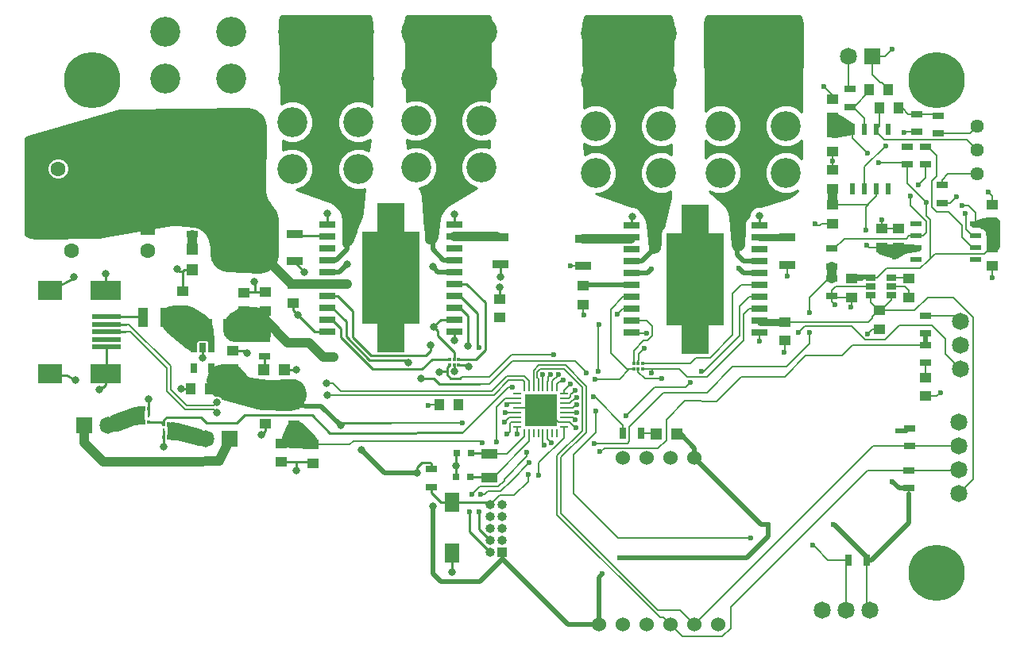
<source format=gtl>
G04 #@! TF.GenerationSoftware,KiCad,Pcbnew,(5.0.0)*
G04 #@! TF.CreationDate,2019-01-27T01:54:26-03:30*
G04 #@! TF.ProjectId,Tooling Board,546F6F6C696E6720426F6172642E6B69,rev?*
G04 #@! TF.SameCoordinates,Original*
G04 #@! TF.FileFunction,Copper,L1,Top,Signal*
G04 #@! TF.FilePolarity,Positive*
%FSLAX46Y46*%
G04 Gerber Fmt 4.6, Leading zero omitted, Abs format (unit mm)*
G04 Created by KiCad (PCBNEW (5.0.0)) date 01/27/19 01:54:26*
%MOMM*%
%LPD*%
G01*
G04 APERTURE LIST*
G04 #@! TA.AperFunction,SMDPad,CuDef*
%ADD10R,0.850000X0.280000*%
G04 #@! TD*
G04 #@! TA.AperFunction,SMDPad,CuDef*
%ADD11R,0.280000X0.850000*%
G04 #@! TD*
G04 #@! TA.AperFunction,ComponentPad*
%ADD12C,0.300000*%
G04 #@! TD*
G04 #@! TA.AperFunction,SMDPad,CuDef*
%ADD13R,3.450000X3.450000*%
G04 #@! TD*
G04 #@! TA.AperFunction,SMDPad,CuDef*
%ADD14R,0.720000X1.425000*%
G04 #@! TD*
G04 #@! TA.AperFunction,SMDPad,CuDef*
%ADD15R,0.200000X0.620000*%
G04 #@! TD*
G04 #@! TA.AperFunction,SMDPad,CuDef*
%ADD16R,0.300000X0.400000*%
G04 #@! TD*
G04 #@! TA.AperFunction,SMDPad,CuDef*
%ADD17R,0.300000X0.475000*%
G04 #@! TD*
G04 #@! TA.AperFunction,SMDPad,CuDef*
%ADD18R,0.300000X0.300000*%
G04 #@! TD*
G04 #@! TA.AperFunction,SMDPad,CuDef*
%ADD19R,2.921000X3.048000*%
G04 #@! TD*
G04 #@! TA.AperFunction,SMDPad,CuDef*
%ADD20R,6.197600X9.804400*%
G04 #@! TD*
G04 #@! TA.AperFunction,SMDPad,CuDef*
%ADD21R,1.778000X0.635000*%
G04 #@! TD*
G04 #@! TA.AperFunction,SMDPad,CuDef*
%ADD22R,1.651000X0.635000*%
G04 #@! TD*
G04 #@! TA.AperFunction,ComponentPad*
%ADD23O,1.000000X1.000000*%
G04 #@! TD*
G04 #@! TA.AperFunction,ComponentPad*
%ADD24R,1.000000X1.000000*%
G04 #@! TD*
G04 #@! TA.AperFunction,SMDPad,CuDef*
%ADD25R,1.300000X0.700000*%
G04 #@! TD*
G04 #@! TA.AperFunction,SMDPad,CuDef*
%ADD26R,0.700000X1.300000*%
G04 #@! TD*
G04 #@! TA.AperFunction,SMDPad,CuDef*
%ADD27R,1.600000X2.000000*%
G04 #@! TD*
G04 #@! TA.AperFunction,SMDPad,CuDef*
%ADD28R,1.800000X1.000000*%
G04 #@! TD*
G04 #@! TA.AperFunction,ComponentPad*
%ADD29C,1.600000*%
G04 #@! TD*
G04 #@! TA.AperFunction,ComponentPad*
%ADD30R,1.600000X1.600000*%
G04 #@! TD*
G04 #@! TA.AperFunction,SMDPad,CuDef*
%ADD31R,1.140000X2.030000*%
G04 #@! TD*
G04 #@! TA.AperFunction,ComponentPad*
%ADD32C,3.200000*%
G04 #@! TD*
G04 #@! TA.AperFunction,SMDPad,CuDef*
%ADD33R,2.500000X2.000000*%
G04 #@! TD*
G04 #@! TA.AperFunction,SMDPad,CuDef*
%ADD34R,3.300000X2.000000*%
G04 #@! TD*
G04 #@! TA.AperFunction,SMDPad,CuDef*
%ADD35R,3.100000X0.500000*%
G04 #@! TD*
G04 #@! TA.AperFunction,ComponentPad*
%ADD36C,1.524000*%
G04 #@! TD*
G04 #@! TA.AperFunction,SMDPad,CuDef*
%ADD37R,0.508000X1.143000*%
G04 #@! TD*
G04 #@! TA.AperFunction,SMDPad,CuDef*
%ADD38R,1.143000X0.508000*%
G04 #@! TD*
G04 #@! TA.AperFunction,SMDPad,CuDef*
%ADD39R,0.650000X1.060000*%
G04 #@! TD*
G04 #@! TA.AperFunction,SMDPad,CuDef*
%ADD40R,1.060000X0.650000*%
G04 #@! TD*
G04 #@! TA.AperFunction,ComponentPad*
%ADD41R,1.724000X1.724000*%
G04 #@! TD*
G04 #@! TA.AperFunction,ComponentPad*
%ADD42C,1.824000*%
G04 #@! TD*
G04 #@! TA.AperFunction,ComponentPad*
%ADD43C,1.440000*%
G04 #@! TD*
G04 #@! TA.AperFunction,SMDPad,CuDef*
%ADD44R,1.250000X1.000000*%
G04 #@! TD*
G04 #@! TA.AperFunction,SMDPad,CuDef*
%ADD45R,1.000000X1.250000*%
G04 #@! TD*
G04 #@! TA.AperFunction,SMDPad,CuDef*
%ADD46R,0.800000X0.750000*%
G04 #@! TD*
G04 #@! TA.AperFunction,SMDPad,CuDef*
%ADD47R,1.200000X1.200000*%
G04 #@! TD*
G04 #@! TA.AperFunction,SMDPad,CuDef*
%ADD48R,1.700000X0.900000*%
G04 #@! TD*
G04 #@! TA.AperFunction,ViaPad*
%ADD49C,6.000000*%
G04 #@! TD*
G04 #@! TA.AperFunction,ViaPad*
%ADD50C,0.800000*%
G04 #@! TD*
G04 #@! TA.AperFunction,ViaPad*
%ADD51C,0.600000*%
G04 #@! TD*
G04 #@! TA.AperFunction,Conductor*
%ADD52C,0.250000*%
G04 #@! TD*
G04 #@! TA.AperFunction,Conductor*
%ADD53C,0.200000*%
G04 #@! TD*
G04 #@! TA.AperFunction,Conductor*
%ADD54C,1.000000*%
G04 #@! TD*
G04 #@! TA.AperFunction,Conductor*
%ADD55C,0.750000*%
G04 #@! TD*
G04 #@! TA.AperFunction,Conductor*
%ADD56C,0.500000*%
G04 #@! TD*
G04 #@! TA.AperFunction,Conductor*
%ADD57C,0.254000*%
G04 #@! TD*
G04 APERTURE END LIST*
D10*
G04 #@! TO.P,U201,32*
G04 #@! TO.N,SWDIO*
X152805000Y-77000000D03*
G04 #@! TO.P,U201,31*
G04 #@! TO.N,SWCLK*
X152805000Y-76500000D03*
G04 #@! TO.P,U201,30*
G04 #@! TO.N,+3V3*
X152805000Y-76000000D03*
G04 #@! TO.P,U201,29*
G04 #@! TO.N,Net-(C207-Pad1)*
X152805000Y-75500000D03*
G04 #@! TO.P,U201,28*
G04 #@! TO.N,GND*
X152805000Y-75000000D03*
G04 #@! TO.P,U201,27*
G04 #@! TO.N,DirB2*
X152805000Y-74500000D03*
G04 #@! TO.P,U201,26*
G04 #@! TO.N,~RESET~*
X152805000Y-74000000D03*
D11*
G04 #@! TO.P,U201,24*
G04 #@! TO.N,USB+*
X153530000Y-72775000D03*
G04 #@! TO.P,U201,23*
G04 #@! TO.N,USB-*
X154030000Y-72775000D03*
G04 #@! TO.P,U201,22*
G04 #@! TO.N,SCL*
X154530000Y-72775000D03*
G04 #@! TO.P,U201,21*
G04 #@! TO.N,SDA*
X155030000Y-72775000D03*
G04 #@! TO.P,U201,20*
G04 #@! TO.N,EnableB2*
X155530000Y-72775000D03*
G04 #@! TO.P,U201,19*
G04 #@! TO.N,LED*
X156030000Y-72775000D03*
G04 #@! TO.P,U201,18*
G04 #@! TO.N,DirA2*
X156530000Y-72775000D03*
D10*
G04 #@! TO.P,U201,16*
G04 #@! TO.N,EnableA2*
X157755000Y-73500000D03*
G04 #@! TO.P,U201,15*
G04 #@! TO.N,DirA1*
X157755000Y-74000000D03*
G04 #@! TO.P,U201,14*
G04 #@! TO.N,Net-(R203-Pad1)*
X157755000Y-74500000D03*
G04 #@! TO.P,U201,13*
G04 #@! TO.N,T_DATA*
X157755000Y-75000000D03*
G04 #@! TO.P,U201,12*
G04 #@! TO.N,EnableA1*
X157755000Y-75500000D03*
G04 #@! TO.P,U201,11*
G04 #@! TO.N,EnableB1*
X157755000Y-76000000D03*
G04 #@! TO.P,U201,10*
G04 #@! TO.N,GND*
X157755000Y-76500000D03*
D11*
G04 #@! TO.P,U201,8*
G04 #@! TO.N,Net-(U201-Pad8)*
X157030000Y-77725000D03*
G04 #@! TO.P,U201,7*
G04 #@! TO.N,Net-(U201-Pad7)*
X156530000Y-77725000D03*
G04 #@! TO.P,U201,6*
G04 #@! TO.N,V_PH*
X156030000Y-77725000D03*
G04 #@! TO.P,U201,5*
G04 #@! TO.N,V_METAL*
X155530000Y-77725000D03*
G04 #@! TO.P,U201,4*
G04 #@! TO.N,Net-(U201-Pad4)*
X155030000Y-77725000D03*
G04 #@! TO.P,U201,3*
G04 #@! TO.N,Net-(U201-Pad3)*
X154530000Y-77725000D03*
G04 #@! TO.P,U201,2*
G04 #@! TO.N,Net-(C206-Pad1)*
X154030000Y-77725000D03*
G04 #@! TO.P,U201,1*
G04 #@! TO.N,Net-(C205-Pad1)*
X153530000Y-77725000D03*
D12*
G04 #@! TO.P,U201,33*
G04 #@! TO.N,N/C*
X156280000Y-76250000D03*
X155280000Y-76250000D03*
X154280000Y-76250000D03*
X156280000Y-75250000D03*
X155279999Y-75250000D03*
X154280000Y-75250000D03*
X156280000Y-74250000D03*
X155280000Y-74250000D03*
X154280000Y-74250000D03*
D13*
G04 #@! TO.N,GND*
X155279999Y-75250000D03*
D10*
G04 #@! TO.P,U201,9*
G04 #@! TO.N,3V3_FILT*
X157755000Y-77000000D03*
D11*
G04 #@! TO.P,U201,17*
G04 #@! TO.N,DirB1*
X157030000Y-72775000D03*
D10*
G04 #@! TO.P,U201,25*
G04 #@! TO.N,Net-(U201-Pad25)*
X152805000Y-73500000D03*
G04 #@! TD*
D14*
G04 #@! TO.P,Q301,1*
G04 #@! TO.N,Net-(J301-Pad2)*
X112750000Y-75760000D03*
D15*
G04 #@! TO.P,Q301,3*
G04 #@! TO.N,GND*
X113460000Y-75760000D03*
D16*
X113460000Y-75047500D03*
D17*
G04 #@! TO.P,Q301,1*
G04 #@! TO.N,Net-(J301-Pad2)*
X112960000Y-75047500D03*
X112460000Y-75047500D03*
D16*
G04 #@! TO.P,Q301,2*
G04 #@! TO.N,LED*
X113460000Y-76472500D03*
D17*
G04 #@! TO.P,Q301,1*
G04 #@! TO.N,Net-(J301-Pad2)*
X112960000Y-76472500D03*
X112460000Y-76472500D03*
G04 #@! TD*
D14*
G04 #@! TO.P,Q302,1*
G04 #@! TO.N,Net-(J302-Pad2)*
X115850000Y-77450000D03*
D15*
G04 #@! TO.P,Q302,3*
G04 #@! TO.N,GND*
X115140000Y-77450000D03*
D16*
X115140000Y-78162500D03*
D17*
G04 #@! TO.P,Q302,1*
G04 #@! TO.N,Net-(J302-Pad2)*
X115640000Y-78162500D03*
X116140000Y-78162500D03*
D16*
G04 #@! TO.P,Q302,2*
G04 #@! TO.N,LED*
X115140000Y-76737500D03*
D17*
G04 #@! TO.P,Q302,1*
G04 #@! TO.N,Net-(J302-Pad2)*
X115640000Y-76737500D03*
X116140000Y-76737500D03*
G04 #@! TD*
D18*
G04 #@! TO.P,U501,1*
G04 #@! TO.N,DirA2*
X145550000Y-70379000D03*
G04 #@! TO.P,U501,2*
G04 #@! TO.N,GND*
X146050000Y-70379000D03*
G04 #@! TO.P,U501,3*
G04 #@! TO.N,DirB2*
X146550000Y-70379000D03*
G04 #@! TO.P,U501,4*
G04 #@! TO.N,/Actuators/DCMotor3-4/Input4*
X146550000Y-69829000D03*
G04 #@! TO.P,U501,5*
G04 #@! TO.N,+5V*
X146050000Y-69829000D03*
G04 #@! TO.P,U501,6*
G04 #@! TO.N,/Actuators/DCMotor3-4/Input2*
X145550000Y-69829000D03*
G04 #@! TD*
G04 #@! TO.P,U401,1*
G04 #@! TO.N,DirA1*
X165190000Y-70840000D03*
G04 #@! TO.P,U401,2*
G04 #@! TO.N,GND*
X165690000Y-70840000D03*
G04 #@! TO.P,U401,3*
G04 #@! TO.N,DirB1*
X166190000Y-70840000D03*
G04 #@! TO.P,U401,4*
G04 #@! TO.N,/Actuators/DCMotor1-2/Input4*
X166190000Y-70290000D03*
G04 #@! TO.P,U401,5*
G04 #@! TO.N,+5V*
X165690000Y-70290000D03*
G04 #@! TO.P,U401,6*
G04 #@! TO.N,/Actuators/DCMotor1-2/Input2*
X165190000Y-70290000D03*
G04 #@! TD*
D19*
G04 #@! TO.P,U502,10*
G04 #@! TO.N,GND*
X139290000Y-67536200D03*
X139290000Y-54683800D03*
D20*
X139290000Y-61110000D03*
D21*
G04 #@! TO.P,U502,20*
X146071800Y-55395000D03*
G04 #@! TO.P,U502,19*
G04 #@! TO.N,Net-(R502-Pad2)*
X146071800Y-56665000D03*
G04 #@! TO.P,U502,18*
G04 #@! TO.N,Net-(U502-Pad18)*
X146071800Y-57935000D03*
G04 #@! TO.P,U502,17*
G04 #@! TO.N,Net-(J503-Pad1)*
X146071800Y-59205000D03*
D22*
G04 #@! TO.P,U502,16*
G04 #@! TO.N,Net-(J504-Pad1)*
X146122600Y-60475000D03*
D21*
G04 #@! TO.P,U502,15*
G04 #@! TO.N,/Actuators/DCMotor3-4/Input4*
X146071800Y-61745000D03*
G04 #@! TO.P,U502,14*
G04 #@! TO.N,EnableB2*
X146071800Y-63015000D03*
G04 #@! TO.P,U502,13*
G04 #@! TO.N,DirB2*
X146071800Y-64285000D03*
G04 #@! TO.P,U502,12*
G04 #@! TO.N,+5V*
X146071800Y-65555000D03*
G04 #@! TO.P,U502,11*
G04 #@! TO.N,GND*
X146071800Y-66825000D03*
G04 #@! TO.P,U502,10*
X132508200Y-66825000D03*
G04 #@! TO.P,U502,9*
G04 #@! TO.N,/Actuators/DCMotor3-4/Input2*
X132508200Y-65555000D03*
G04 #@! TO.P,U502,8*
G04 #@! TO.N,EnableA2*
X132508200Y-64285000D03*
G04 #@! TO.P,U502,7*
G04 #@! TO.N,DirA2*
X132508200Y-63015000D03*
G04 #@! TO.P,U502,6*
G04 #@! TO.N,+12V*
X132508200Y-61745000D03*
G04 #@! TO.P,U502,5*
G04 #@! TO.N,Net-(J502-Pad1)*
X132508200Y-60475000D03*
G04 #@! TO.P,U502,4*
G04 #@! TO.N,Net-(J501-Pad1)*
X132508200Y-59205000D03*
G04 #@! TO.P,U502,3*
G04 #@! TO.N,Net-(U502-Pad3)*
X132508200Y-57935000D03*
G04 #@! TO.P,U502,2*
G04 #@! TO.N,Net-(R501-Pad1)*
X132508200Y-56665000D03*
G04 #@! TO.P,U502,1*
G04 #@! TO.N,GND*
X132508200Y-55395000D03*
G04 #@! TD*
D23*
G04 #@! TO.P,J201,10*
G04 #@! TO.N,~RESET~*
X149930000Y-85320000D03*
G04 #@! TO.P,J201,9*
G04 #@! TO.N,Net-(J201-Pad9)*
X151200000Y-85320000D03*
G04 #@! TO.P,J201,8*
G04 #@! TO.N,Net-(J201-Pad8)*
X149930000Y-86590000D03*
G04 #@! TO.P,J201,7*
G04 #@! TO.N,Net-(J201-Pad7)*
X151200000Y-86590000D03*
G04 #@! TO.P,J201,6*
G04 #@! TO.N,Net-(J201-Pad6)*
X149930000Y-87860000D03*
G04 #@! TO.P,J201,5*
G04 #@! TO.N,GND*
X151200000Y-87860000D03*
G04 #@! TO.P,J201,4*
G04 #@! TO.N,SWCLK*
X149930000Y-89130000D03*
G04 #@! TO.P,J201,3*
G04 #@! TO.N,GND*
X151200000Y-89130000D03*
G04 #@! TO.P,J201,2*
G04 #@! TO.N,SWDIO*
X149930000Y-90400000D03*
D24*
G04 #@! TO.P,J201,1*
G04 #@! TO.N,+3V3*
X151200000Y-90400000D03*
G04 #@! TD*
D25*
G04 #@! TO.P,L201,2*
G04 #@! TO.N,+3V3*
X129000000Y-74820000D03*
G04 #@! TO.P,L201,1*
G04 #@! TO.N,3V3_FILT*
X129000000Y-76720000D03*
G04 #@! TD*
D26*
G04 #@! TO.P,L202,1*
G04 #@! TO.N,+5V*
X121810000Y-66140000D03*
G04 #@! TO.P,L202,2*
G04 #@! TO.N,/MicroController/+5V_IN*
X119910000Y-66140000D03*
G04 #@! TD*
D27*
G04 #@! TO.P,SW201,1*
G04 #@! TO.N,GND*
X145800000Y-90500000D03*
G04 #@! TO.P,SW201,2*
G04 #@! TO.N,~RESET~*
X145800000Y-85100000D03*
G04 #@! TD*
D28*
G04 #@! TO.P,Y201,1*
G04 #@! TO.N,Net-(C205-Pad1)*
X149800000Y-79900000D03*
G04 #@! TO.P,Y201,2*
G04 #@! TO.N,Net-(C206-Pad1)*
X149800000Y-82400000D03*
G04 #@! TD*
D29*
G04 #@! TO.P,C101,2*
G04 #@! TO.N,GND*
X113430000Y-58230000D03*
D30*
G04 #@! TO.P,C101,1*
G04 #@! TO.N,+12V*
X113430000Y-55730000D03*
G04 #@! TD*
G04 #@! TO.P,C102,1*
G04 #@! TO.N,+12V*
X106330000Y-49470000D03*
D29*
G04 #@! TO.P,C102,2*
G04 #@! TO.N,GND*
X103830000Y-49470000D03*
G04 #@! TD*
G04 #@! TO.P,C104,2*
G04 #@! TO.N,GND*
X105270000Y-58220000D03*
D30*
G04 #@! TO.P,C104,1*
G04 #@! TO.N,+12V*
X105270000Y-55720000D03*
G04 #@! TD*
D31*
G04 #@! TO.P,F101,1*
G04 #@! TO.N,/MicroController/+5V_IN*
X115290000Y-65330000D03*
G04 #@! TO.P,F101,2*
G04 #@! TO.N,Net-(F101-Pad2)*
X112890000Y-65330000D03*
G04 #@! TD*
D32*
G04 #@! TO.P,J101,1*
G04 #@! TO.N,+12V*
X112355000Y-45480000D03*
X119365000Y-45480000D03*
X119365000Y-50480000D03*
X112355000Y-50480000D03*
G04 #@! TD*
G04 #@! TO.P,J102,1*
G04 #@! TO.N,GND*
X115275000Y-39850000D03*
X122285000Y-39850000D03*
X122285000Y-34850000D03*
X115275000Y-34850000D03*
G04 #@! TD*
D33*
G04 #@! TO.P,J103,6*
G04 #@! TO.N,GND*
X102990000Y-71320000D03*
X102990000Y-62420000D03*
D34*
X108890000Y-71320000D03*
X108890000Y-62420000D03*
D35*
G04 #@! TO.P,J103,1*
G04 #@! TO.N,Net-(F101-Pad2)*
X108990000Y-65270000D03*
G04 #@! TO.P,J103,2*
G04 #@! TO.N,USB-*
X108990000Y-66070000D03*
G04 #@! TO.P,J103,3*
G04 #@! TO.N,USB+*
X108990000Y-66870000D03*
G04 #@! TO.P,J103,4*
G04 #@! TO.N,Net-(J103-Pad4)*
X108990000Y-67670000D03*
G04 #@! TO.P,J103,5*
G04 #@! TO.N,GND*
X108990000Y-68470000D03*
G04 #@! TD*
D32*
G04 #@! TO.P,J401,1*
G04 #@! TO.N,Net-(J401-Pad1)*
X161145000Y-40040000D03*
X168155000Y-40040000D03*
X168155000Y-35040000D03*
X161145000Y-35040000D03*
G04 #@! TD*
G04 #@! TO.P,J402,1*
G04 #@! TO.N,Net-(J402-Pad1)*
X161125000Y-44910000D03*
X168135000Y-44910000D03*
X168135000Y-49910000D03*
X161125000Y-49910000D03*
G04 #@! TD*
G04 #@! TO.P,J403,1*
G04 #@! TO.N,Net-(J403-Pad1)*
X174485000Y-35100000D03*
X181495000Y-35100000D03*
X181495000Y-40100000D03*
X174485000Y-40100000D03*
G04 #@! TD*
G04 #@! TO.P,J404,1*
G04 #@! TO.N,Net-(J404-Pad1)*
X174415000Y-49900000D03*
X181425000Y-49900000D03*
X181425000Y-44900000D03*
X174415000Y-44900000D03*
G04 #@! TD*
G04 #@! TO.P,J501,1*
G04 #@! TO.N,Net-(J501-Pad1)*
X128915000Y-34890000D03*
X135925000Y-34890000D03*
X135925000Y-39890000D03*
X128915000Y-39890000D03*
G04 #@! TD*
G04 #@! TO.P,J502,1*
G04 #@! TO.N,Net-(J502-Pad1)*
X128829000Y-44490000D03*
X135839000Y-44490000D03*
X135839000Y-49490000D03*
X128829000Y-49490000D03*
G04 #@! TD*
G04 #@! TO.P,J503,1*
G04 #@! TO.N,Net-(J503-Pad1)*
X142037000Y-39838000D03*
X149047000Y-39838000D03*
X149047000Y-34838000D03*
X142037000Y-34838000D03*
G04 #@! TD*
G04 #@! TO.P,J504,1*
G04 #@! TO.N,Net-(J504-Pad1)*
X141995000Y-49340000D03*
X149005000Y-49340000D03*
X149005000Y-44340000D03*
X141995000Y-44340000D03*
G04 #@! TD*
D21*
G04 #@! TO.P,U402,1*
G04 #@! TO.N,GND*
X164998200Y-55535000D03*
G04 #@! TO.P,U402,2*
G04 #@! TO.N,Net-(R401-Pad1)*
X164998200Y-56805000D03*
G04 #@! TO.P,U402,3*
G04 #@! TO.N,Net-(U402-Pad3)*
X164998200Y-58075000D03*
G04 #@! TO.P,U402,4*
G04 #@! TO.N,Net-(J401-Pad1)*
X164998200Y-59345000D03*
G04 #@! TO.P,U402,5*
G04 #@! TO.N,Net-(J402-Pad1)*
X164998200Y-60615000D03*
G04 #@! TO.P,U402,6*
G04 #@! TO.N,+12V*
X164998200Y-61885000D03*
G04 #@! TO.P,U402,7*
G04 #@! TO.N,DirA1*
X164998200Y-63155000D03*
G04 #@! TO.P,U402,8*
G04 #@! TO.N,EnableA1*
X164998200Y-64425000D03*
G04 #@! TO.P,U402,9*
G04 #@! TO.N,/Actuators/DCMotor1-2/Input2*
X164998200Y-65695000D03*
G04 #@! TO.P,U402,10*
G04 #@! TO.N,GND*
X164998200Y-66965000D03*
G04 #@! TO.P,U402,11*
X178561800Y-66965000D03*
G04 #@! TO.P,U402,12*
G04 #@! TO.N,+5V*
X178561800Y-65695000D03*
G04 #@! TO.P,U402,13*
G04 #@! TO.N,DirB1*
X178561800Y-64425000D03*
G04 #@! TO.P,U402,14*
G04 #@! TO.N,EnableB1*
X178561800Y-63155000D03*
G04 #@! TO.P,U402,15*
G04 #@! TO.N,/Actuators/DCMotor1-2/Input4*
X178561800Y-61885000D03*
D22*
G04 #@! TO.P,U402,16*
G04 #@! TO.N,Net-(J404-Pad1)*
X178612600Y-60615000D03*
D21*
G04 #@! TO.P,U402,17*
G04 #@! TO.N,Net-(J403-Pad1)*
X178561800Y-59345000D03*
G04 #@! TO.P,U402,18*
G04 #@! TO.N,Net-(U402-Pad18)*
X178561800Y-58075000D03*
G04 #@! TO.P,U402,19*
G04 #@! TO.N,Net-(R402-Pad2)*
X178561800Y-56805000D03*
G04 #@! TO.P,U402,20*
G04 #@! TO.N,GND*
X178561800Y-55535000D03*
D20*
G04 #@! TO.P,U402,10*
X171780000Y-61250000D03*
D19*
X171780000Y-54823800D03*
X171780000Y-67676200D03*
G04 #@! TD*
D36*
G04 #@! TO.P,U701,1*
G04 #@! TO.N,+3V3*
X161510000Y-98130000D03*
G04 #@! TO.P,U701,2*
G04 #@! TO.N,Net-(U701-Pad2)*
X164050000Y-98130000D03*
G04 #@! TO.P,U701,3*
G04 #@! TO.N,GND*
X166590000Y-98130000D03*
G04 #@! TO.P,U701,4*
G04 #@! TO.N,SDA*
X169130000Y-98130000D03*
G04 #@! TO.P,U701,5*
G04 #@! TO.N,SCL*
X171670000Y-98130000D03*
G04 #@! TO.P,U701,6*
G04 #@! TO.N,GND*
X174210000Y-98130000D03*
G04 #@! TO.P,U701,7*
G04 #@! TO.N,Net-(U701-Pad7)*
X164050000Y-80350000D03*
G04 #@! TO.P,U701,8*
G04 #@! TO.N,Net-(U701-Pad8)*
X166590000Y-80350000D03*
G04 #@! TO.P,U701,9*
G04 #@! TO.N,Net-(U701-Pad9)*
X169130000Y-80350000D03*
G04 #@! TO.P,U701,10*
G04 #@! TO.N,+3V3*
X171670000Y-80350000D03*
G04 #@! TD*
D37*
G04 #@! TO.P,U801,1*
G04 #@! TO.N,Net-(U801-Pad1)*
X192345000Y-45245000D03*
G04 #@! TO.P,U801,2*
G04 #@! TO.N,Net-(C806-Pad2)*
X191075000Y-45245000D03*
G04 #@! TO.P,U801,3*
G04 #@! TO.N,Net-(C802-Pad1)*
X189805000Y-45245000D03*
G04 #@! TO.P,U801,4*
G04 #@! TO.N,-5V*
X188535000Y-45245000D03*
G04 #@! TO.P,U801,5*
G04 #@! TO.N,Net-(U801-Pad5)*
X188535000Y-51595000D03*
G04 #@! TO.P,U801,6*
G04 #@! TO.N,Net-(C806-Pad1)*
X189805000Y-51595000D03*
G04 #@! TO.P,U801,7*
G04 #@! TO.N,+5V*
X191075000Y-51595000D03*
G04 #@! TO.P,U801,8*
G04 #@! TO.N,Net-(U801-Pad8)*
X192345000Y-51595000D03*
G04 #@! TD*
D38*
G04 #@! TO.P,U803,8*
G04 #@! TO.N,Net-(U803-Pad8)*
X195295000Y-59195000D03*
G04 #@! TO.P,U803,7*
G04 #@! TO.N,+5V*
X195295000Y-57925000D03*
G04 #@! TO.P,U803,6*
G04 #@! TO.N,Net-(R806-Pad1)*
X195295000Y-56655000D03*
G04 #@! TO.P,U803,5*
G04 #@! TO.N,Net-(U803-Pad5)*
X195295000Y-55385000D03*
G04 #@! TO.P,U803,4*
G04 #@! TO.N,-5V*
X201645000Y-55385000D03*
G04 #@! TO.P,U803,3*
G04 #@! TO.N,GND*
X201645000Y-56655000D03*
G04 #@! TO.P,U803,2*
G04 #@! TO.N,Net-(R804-Pad1)*
X201645000Y-57925000D03*
G04 #@! TO.P,U803,1*
G04 #@! TO.N,Net-(U803-Pad1)*
X201645000Y-59195000D03*
G04 #@! TD*
D39*
G04 #@! TO.P,U101,5*
G04 #@! TO.N,+3V3*
X120180000Y-70780000D03*
G04 #@! TO.P,U101,4*
G04 #@! TO.N,Net-(U101-Pad4)*
X118280000Y-70780000D03*
G04 #@! TO.P,U101,3*
G04 #@! TO.N,/MicroController/+5V_IN*
X118280000Y-68580000D03*
G04 #@! TO.P,U101,2*
G04 #@! TO.N,GND*
X119230000Y-68580000D03*
G04 #@! TO.P,U101,1*
G04 #@! TO.N,/MicroController/+5V_IN*
X120180000Y-68580000D03*
G04 #@! TD*
D40*
G04 #@! TO.P,U802,5*
G04 #@! TO.N,Net-(C808-Pad1)*
X192620000Y-62030000D03*
G04 #@! TO.P,U802,6*
G04 #@! TO.N,Net-(C808-Pad2)*
X192620000Y-61080000D03*
G04 #@! TO.P,U802,4*
G04 #@! TO.N,+5V*
X192620000Y-62980000D03*
G04 #@! TO.P,U802,3*
X190420000Y-62980000D03*
G04 #@! TO.P,U802,2*
G04 #@! TO.N,GND*
X190420000Y-62030000D03*
G04 #@! TO.P,U802,1*
G04 #@! TO.N,-5V*
X190420000Y-61080000D03*
G04 #@! TD*
D41*
G04 #@! TO.P,J301,1*
G04 #@! TO.N,+12V*
X106640000Y-76860000D03*
D42*
G04 #@! TO.P,J301,2*
G04 #@! TO.N,Net-(J301-Pad2)*
X109180000Y-76860000D03*
G04 #@! TD*
G04 #@! TO.P,J302,2*
G04 #@! TO.N,Net-(J302-Pad2)*
X119610000Y-78260000D03*
D41*
G04 #@! TO.P,J302,1*
G04 #@! TO.N,+12V*
X122150000Y-78260000D03*
G04 #@! TD*
D42*
G04 #@! TO.P,J701,2*
G04 #@! TO.N,T_DATA*
X187800000Y-96620000D03*
G04 #@! TO.P,J701,1*
G04 #@! TO.N,+3V3*
X190340000Y-96620000D03*
G04 #@! TO.P,J701,3*
G04 #@! TO.N,GND*
X185260000Y-96620000D03*
G04 #@! TD*
G04 #@! TO.P,J702,4*
G04 #@! TO.N,GND*
X199820000Y-76550000D03*
G04 #@! TO.P,J702,3*
G04 #@! TO.N,SCL*
X199820000Y-79090000D03*
G04 #@! TO.P,J702,1*
G04 #@! TO.N,+5V*
X199820000Y-84170000D03*
G04 #@! TO.P,J702,2*
G04 #@! TO.N,SDA*
X199820000Y-81630000D03*
G04 #@! TD*
G04 #@! TO.P,J703,3*
G04 #@! TO.N,GND*
X200040000Y-65780000D03*
G04 #@! TO.P,J703,1*
G04 #@! TO.N,+12V*
X200040000Y-70860000D03*
G04 #@! TO.P,J703,2*
G04 #@! TO.N,Net-(C701-Pad1)*
X200040000Y-68320000D03*
G04 #@! TD*
G04 #@! TO.P,J801,2*
G04 #@! TO.N,Net-(J801-Pad2)*
X188100000Y-37440000D03*
D41*
G04 #@! TO.P,J801,1*
G04 #@! TO.N,GND*
X190640000Y-37440000D03*
G04 #@! TD*
D43*
G04 #@! TO.P,RV801,3*
G04 #@! TO.N,Net-(R803-Pad2)*
X201830000Y-44960000D03*
G04 #@! TO.P,RV801,2*
G04 #@! TO.N,Net-(C806-Pad2)*
X201830000Y-47500000D03*
G04 #@! TO.P,RV801,1*
G04 #@! TO.N,Net-(R802-Pad1)*
X201830000Y-50040000D03*
G04 #@! TD*
D44*
G04 #@! TO.P,C103,1*
G04 #@! TO.N,/MicroController/+5V_IN*
X117160000Y-64560000D03*
G04 #@! TO.P,C103,2*
G04 #@! TO.N,GND*
X117160000Y-62560000D03*
G04 #@! TD*
G04 #@! TO.P,C105,2*
G04 #@! TO.N,GND*
X125960000Y-76720000D03*
G04 #@! TO.P,C105,1*
G04 #@! TO.N,+3V3*
X125960000Y-74720000D03*
G04 #@! TD*
G04 #@! TO.P,C106,1*
G04 #@! TO.N,+3V3*
X122490000Y-70870000D03*
G04 #@! TO.P,C106,2*
G04 #@! TO.N,GND*
X122490000Y-68870000D03*
G04 #@! TD*
D45*
G04 #@! TO.P,C107,1*
G04 #@! TO.N,+3V3*
X120020000Y-72940000D03*
G04 #@! TO.P,C107,2*
G04 #@! TO.N,GND*
X118020000Y-72940000D03*
G04 #@! TD*
D44*
G04 #@! TO.P,C201,1*
G04 #@! TO.N,3V3_FILT*
X130990000Y-78910000D03*
G04 #@! TO.P,C201,2*
G04 #@! TO.N,GND*
X130990000Y-80910000D03*
G04 #@! TD*
G04 #@! TO.P,C202,1*
G04 #@! TO.N,3V3_FILT*
X127670000Y-78770000D03*
G04 #@! TO.P,C202,2*
G04 #@! TO.N,GND*
X127670000Y-80770000D03*
G04 #@! TD*
G04 #@! TO.P,C203,2*
G04 #@! TO.N,GND*
X123690000Y-62690000D03*
G04 #@! TO.P,C203,1*
G04 #@! TO.N,+5V*
X123690000Y-64690000D03*
G04 #@! TD*
G04 #@! TO.P,C204,1*
G04 #@! TO.N,+5V*
X125950000Y-64640000D03*
G04 #@! TO.P,C204,2*
G04 #@! TO.N,GND*
X125950000Y-62640000D03*
G04 #@! TD*
D46*
G04 #@! TO.P,C205,1*
G04 #@! TO.N,Net-(C205-Pad1)*
X147830000Y-79850000D03*
G04 #@! TO.P,C205,2*
G04 #@! TO.N,GND*
X146330000Y-79850000D03*
G04 #@! TD*
G04 #@! TO.P,C206,2*
G04 #@! TO.N,GND*
X146290000Y-82320000D03*
G04 #@! TO.P,C206,1*
G04 #@! TO.N,Net-(C206-Pad1)*
X147790000Y-82320000D03*
G04 #@! TD*
D45*
G04 #@! TO.P,C207,2*
G04 #@! TO.N,GND*
X144480000Y-74680000D03*
G04 #@! TO.P,C207,1*
G04 #@! TO.N,Net-(C207-Pad1)*
X146480000Y-74680000D03*
G04 #@! TD*
D44*
G04 #@! TO.P,C401,2*
G04 #@! TO.N,GND*
X159830000Y-63970000D03*
G04 #@! TO.P,C401,1*
G04 #@! TO.N,+12V*
X159830000Y-61970000D03*
G04 #@! TD*
G04 #@! TO.P,C402,1*
G04 #@! TO.N,+5V*
X181270000Y-65830000D03*
G04 #@! TO.P,C402,2*
G04 #@! TO.N,GND*
X181270000Y-67830000D03*
G04 #@! TD*
G04 #@! TO.P,C501,2*
G04 #@! TO.N,GND*
X128890000Y-63820000D03*
G04 #@! TO.P,C501,1*
G04 #@! TO.N,+12V*
X128890000Y-61820000D03*
G04 #@! TD*
G04 #@! TO.P,C502,1*
G04 #@! TO.N,+5V*
X150940000Y-65360000D03*
G04 #@! TO.P,C502,2*
G04 #@! TO.N,GND*
X150940000Y-63360000D03*
G04 #@! TD*
G04 #@! TO.P,C701,1*
G04 #@! TO.N,Net-(C701-Pad1)*
X196310000Y-71740000D03*
G04 #@! TO.P,C701,2*
G04 #@! TO.N,GND*
X196310000Y-73740000D03*
G04 #@! TD*
G04 #@! TO.P,C801,2*
G04 #@! TO.N,GND*
X186390000Y-42020000D03*
G04 #@! TO.P,C801,1*
G04 #@! TO.N,-5V*
X186390000Y-44020000D03*
G04 #@! TD*
D45*
G04 #@! TO.P,C802,1*
G04 #@! TO.N,Net-(C802-Pad1)*
X190310000Y-41080000D03*
G04 #@! TO.P,C802,2*
G04 #@! TO.N,GND*
X192310000Y-41080000D03*
G04 #@! TD*
D44*
G04 #@! TO.P,C803,2*
G04 #@! TO.N,GND*
X186380000Y-47620000D03*
G04 #@! TO.P,C803,1*
G04 #@! TO.N,-5V*
X186380000Y-45620000D03*
G04 #@! TD*
G04 #@! TO.P,C804,2*
G04 #@! TO.N,+5V*
X186360000Y-51600000D03*
G04 #@! TO.P,C804,1*
G04 #@! TO.N,GND*
X186360000Y-49600000D03*
G04 #@! TD*
G04 #@! TO.P,C805,2*
G04 #@! TO.N,+5V*
X186400000Y-53310000D03*
G04 #@! TO.P,C805,1*
G04 #@! TO.N,GND*
X186400000Y-55310000D03*
G04 #@! TD*
D45*
G04 #@! TO.P,C806,1*
G04 #@! TO.N,Net-(C806-Pad1)*
X193420000Y-43010000D03*
G04 #@! TO.P,C806,2*
G04 #@! TO.N,Net-(C806-Pad2)*
X191420000Y-43010000D03*
G04 #@! TD*
D44*
G04 #@! TO.P,C807,2*
G04 #@! TO.N,GND*
X193460000Y-55880000D03*
G04 #@! TO.P,C807,1*
G04 #@! TO.N,+5V*
X193460000Y-57880000D03*
G04 #@! TD*
G04 #@! TO.P,C808,1*
G04 #@! TO.N,Net-(C808-Pad1)*
X194560000Y-63190000D03*
G04 #@! TO.P,C808,2*
G04 #@! TO.N,Net-(C808-Pad2)*
X194560000Y-61190000D03*
G04 #@! TD*
G04 #@! TO.P,C809,2*
G04 #@! TO.N,GND*
X191620000Y-55890000D03*
G04 #@! TO.P,C809,1*
G04 #@! TO.N,+5V*
X191620000Y-57890000D03*
G04 #@! TD*
G04 #@! TO.P,C810,2*
G04 #@! TO.N,GND*
X203410000Y-59870000D03*
G04 #@! TO.P,C810,1*
G04 #@! TO.N,-5V*
X203410000Y-57870000D03*
G04 #@! TD*
G04 #@! TO.P,C811,2*
G04 #@! TO.N,GND*
X191420000Y-66570000D03*
G04 #@! TO.P,C811,1*
G04 #@! TO.N,+5V*
X191420000Y-64570000D03*
G04 #@! TD*
G04 #@! TO.P,C812,2*
G04 #@! TO.N,GND*
X188450000Y-63180000D03*
G04 #@! TO.P,C812,1*
G04 #@! TO.N,-5V*
X188450000Y-61180000D03*
G04 #@! TD*
G04 #@! TO.P,C813,1*
G04 #@! TO.N,-5V*
X203440000Y-55320000D03*
G04 #@! TO.P,C813,2*
G04 #@! TO.N,GND*
X203440000Y-53320000D03*
G04 #@! TD*
D47*
G04 #@! TO.P,D101,2*
G04 #@! TO.N,Net-(D101-Pad2)*
X118160000Y-58090000D03*
G04 #@! TO.P,D101,1*
G04 #@! TO.N,GND*
X118160000Y-60290000D03*
G04 #@! TD*
G04 #@! TO.P,D201,1*
G04 #@! TO.N,GND*
X127970000Y-70960000D03*
G04 #@! TO.P,D201,2*
G04 #@! TO.N,Net-(D201-Pad2)*
X125770000Y-70960000D03*
G04 #@! TD*
G04 #@! TO.P,D202,1*
G04 #@! TO.N,Net-(D202-Pad1)*
X167570000Y-77770000D03*
G04 #@! TO.P,D202,2*
G04 #@! TO.N,+3V3*
X169770000Y-77770000D03*
G04 #@! TD*
D25*
G04 #@! TO.P,R101,2*
G04 #@! TO.N,Net-(D101-Pad2)*
X118190000Y-56480000D03*
G04 #@! TO.P,R101,1*
G04 #@! TO.N,+12V*
X118190000Y-54580000D03*
G04 #@! TD*
G04 #@! TO.P,R201,1*
G04 #@! TO.N,+5V*
X125830000Y-67590000D03*
G04 #@! TO.P,R201,2*
G04 #@! TO.N,Net-(D201-Pad2)*
X125830000Y-69490000D03*
G04 #@! TD*
G04 #@! TO.P,R202,1*
G04 #@! TO.N,+3V3*
X143620000Y-81550000D03*
G04 #@! TO.P,R202,2*
G04 #@! TO.N,~RESET~*
X143620000Y-83450000D03*
G04 #@! TD*
D26*
G04 #@! TO.P,R203,1*
G04 #@! TO.N,Net-(R203-Pad1)*
X164080000Y-77680000D03*
G04 #@! TO.P,R203,2*
G04 #@! TO.N,Net-(D202-Pad1)*
X165980000Y-77680000D03*
G04 #@! TD*
D25*
G04 #@! TO.P,R204,2*
G04 #@! TO.N,SDA*
X194540000Y-81680000D03*
G04 #@! TO.P,R204,1*
G04 #@! TO.N,+3V3*
X194540000Y-83580000D03*
G04 #@! TD*
G04 #@! TO.P,R205,1*
G04 #@! TO.N,+3V3*
X194590000Y-77170000D03*
G04 #@! TO.P,R205,2*
G04 #@! TO.N,SCL*
X194590000Y-79070000D03*
G04 #@! TD*
D48*
G04 #@! TO.P,R401,1*
G04 #@! TO.N,Net-(R401-Pad1)*
X159800000Y-56920000D03*
G04 #@! TO.P,R401,2*
G04 #@! TO.N,GND*
X159800000Y-59820000D03*
G04 #@! TD*
G04 #@! TO.P,R402,2*
G04 #@! TO.N,Net-(R402-Pad2)*
X181580000Y-56820000D03*
G04 #@! TO.P,R402,1*
G04 #@! TO.N,GND*
X181580000Y-59720000D03*
G04 #@! TD*
G04 #@! TO.P,R501,1*
G04 #@! TO.N,Net-(R501-Pad1)*
X129070000Y-56410000D03*
G04 #@! TO.P,R501,2*
G04 #@! TO.N,GND*
X129070000Y-59310000D03*
G04 #@! TD*
G04 #@! TO.P,R502,2*
G04 #@! TO.N,Net-(R502-Pad2)*
X151000000Y-56760000D03*
G04 #@! TO.P,R502,1*
G04 #@! TO.N,GND*
X151000000Y-59660000D03*
G04 #@! TD*
D25*
G04 #@! TO.P,R701,1*
G04 #@! TO.N,V_METAL*
X196260000Y-68280000D03*
G04 #@! TO.P,R701,2*
G04 #@! TO.N,Net-(C701-Pad1)*
X196260000Y-70180000D03*
G04 #@! TD*
G04 #@! TO.P,R702,2*
G04 #@! TO.N,V_METAL*
X196290000Y-67070000D03*
G04 #@! TO.P,R702,1*
G04 #@! TO.N,GND*
X196290000Y-65170000D03*
G04 #@! TD*
D26*
G04 #@! TO.P,R703,2*
G04 #@! TO.N,T_DATA*
X188110000Y-91220000D03*
G04 #@! TO.P,R703,1*
G04 #@! TO.N,+3V3*
X190010000Y-91220000D03*
G04 #@! TD*
D25*
G04 #@! TO.P,R801,2*
G04 #@! TO.N,Net-(J801-Pad2)*
X188270000Y-40960000D03*
G04 #@! TO.P,R801,1*
G04 #@! TO.N,Net-(C802-Pad1)*
X188270000Y-42860000D03*
G04 #@! TD*
G04 #@! TO.P,R802,2*
G04 #@! TO.N,GND*
X198050000Y-53120000D03*
G04 #@! TO.P,R802,1*
G04 #@! TO.N,Net-(R802-Pad1)*
X198050000Y-51220000D03*
G04 #@! TD*
G04 #@! TO.P,R803,1*
G04 #@! TO.N,Net-(C806-Pad1)*
X197620000Y-43820000D03*
G04 #@! TO.P,R803,2*
G04 #@! TO.N,Net-(R803-Pad2)*
X197620000Y-45720000D03*
G04 #@! TD*
G04 #@! TO.P,R804,1*
G04 #@! TO.N,Net-(R804-Pad1)*
X195370000Y-45560000D03*
G04 #@! TO.P,R804,2*
G04 #@! TO.N,Net-(C806-Pad1)*
X195370000Y-43660000D03*
G04 #@! TD*
G04 #@! TO.P,R805,2*
G04 #@! TO.N,-5V*
X194310000Y-49020000D03*
G04 #@! TO.P,R805,1*
G04 #@! TO.N,Net-(R804-Pad1)*
X194310000Y-47120000D03*
G04 #@! TD*
G04 #@! TO.P,R806,1*
G04 #@! TO.N,Net-(R806-Pad1)*
X196260000Y-49010000D03*
G04 #@! TO.P,R806,2*
G04 #@! TO.N,Net-(R804-Pad1)*
X196260000Y-47110000D03*
G04 #@! TD*
G04 #@! TO.P,R807,1*
G04 #@! TO.N,Net-(R806-Pad1)*
X186270000Y-58010000D03*
G04 #@! TO.P,R807,2*
G04 #@! TO.N,V_PH*
X186270000Y-59910000D03*
G04 #@! TD*
G04 #@! TO.P,R808,2*
G04 #@! TO.N,GND*
X186300000Y-63050000D03*
G04 #@! TO.P,R808,1*
G04 #@! TO.N,V_PH*
X186300000Y-61150000D03*
G04 #@! TD*
D49*
G04 #@! TO.N,*
X197460000Y-92560000D03*
X197460000Y-40060000D03*
D50*
G04 #@! TO.N,GND*
X132550000Y-54210000D03*
X146060000Y-54310000D03*
X116510000Y-60190000D03*
X108890000Y-60680000D03*
X108230000Y-73000000D03*
X105670000Y-72000000D03*
X105540000Y-60980000D03*
X113460000Y-74020000D03*
X115140000Y-79180000D03*
X129440000Y-65110000D03*
X130090000Y-60480000D03*
X124780000Y-61520000D03*
D49*
G04 #@! TO.N,*
X107450000Y-40060000D03*
D51*
G04 #@! TO.N,3V3_FILT*
X149080000Y-78740000D03*
X155050000Y-82180000D03*
D50*
G04 #@! TO.N,GND*
X116980000Y-72940000D03*
X119240000Y-69680000D03*
X124030000Y-69170000D03*
X129220000Y-70930000D03*
X125510000Y-77890000D03*
X129260000Y-81650000D03*
X146280000Y-81150000D03*
X145810000Y-92490000D03*
X139290000Y-54683800D03*
X139290000Y-61110000D03*
X139290000Y-67536200D03*
X171780000Y-54823800D03*
X171780000Y-61250000D03*
X171710000Y-65950000D03*
X150920000Y-62110000D03*
X150960000Y-60980000D03*
X165030000Y-54550000D03*
X178560000Y-54480000D03*
X146050000Y-71120000D03*
X146050000Y-67818000D03*
D51*
X159850000Y-65080000D03*
X158430000Y-59840000D03*
X178570000Y-67850000D03*
X181250000Y-69100000D03*
X184540000Y-55320000D03*
X166560000Y-67000000D03*
X197910000Y-73350000D03*
X186630000Y-63960000D03*
X185450000Y-40730000D03*
X192770000Y-36690000D03*
X203000000Y-51940000D03*
X199600000Y-52470000D03*
X203370000Y-61100000D03*
X186360000Y-48670000D03*
X200550000Y-54270000D03*
X191660000Y-54910000D03*
X188380000Y-64210000D03*
X190120000Y-67080000D03*
X143260000Y-74760000D03*
X168150000Y-71890000D03*
X159017105Y-77085797D03*
X181560000Y-60970000D03*
D50*
G04 #@! TO.N,+5V*
X133220000Y-69550000D03*
X143880000Y-66350000D03*
D51*
X150940000Y-65360000D03*
X181240000Y-65750000D03*
X166300000Y-68640000D03*
X191420000Y-64570000D03*
X193020000Y-58920000D03*
X190030000Y-57650000D03*
X189970000Y-56060000D03*
G04 #@! TO.N,Net-(C207-Pad1)*
X151550000Y-75500000D03*
X146480000Y-74680000D03*
D50*
G04 #@! TO.N,+3V3*
X143770000Y-85470000D03*
X142130000Y-81890000D03*
X136180000Y-79440000D03*
X133950000Y-76850000D03*
D51*
X179540000Y-87460000D03*
X186450000Y-87460000D03*
X192780000Y-82850000D03*
X193350000Y-77460000D03*
X143620000Y-81550000D03*
X161880000Y-92700000D03*
X163670000Y-90970000D03*
X151420000Y-76550000D03*
X146970000Y-76580000D03*
G04 #@! TO.N,~RESET~*
X153950000Y-82060000D03*
X150570000Y-78610000D03*
G04 #@! TO.N,SWCLK*
X148720000Y-86090000D03*
X148900000Y-84260000D03*
X154080000Y-80860000D03*
X151680000Y-77820000D03*
G04 #@! TO.N,SWDIO*
X147730000Y-86050000D03*
X147990000Y-84240000D03*
X153830000Y-79710000D03*
X152760000Y-77750000D03*
G04 #@! TO.N,Net-(R203-Pad1)*
X160910000Y-73790000D03*
X159093875Y-73880758D03*
D50*
G04 #@! TO.N,DirB2*
X147574000Y-70554000D03*
D51*
X151694265Y-74634265D03*
D50*
X147557937Y-68381150D03*
G04 #@! TO.N,USB+*
X120740000Y-75465000D03*
X132520000Y-73620000D03*
G04 #@! TO.N,USB-*
X120740000Y-74415000D03*
X132480000Y-72370000D03*
D51*
G04 #@! TO.N,EnableB2*
X155517354Y-71462518D03*
X148690000Y-68580000D03*
G04 #@! TO.N,LED*
X156360779Y-71427191D03*
X152290000Y-72770000D03*
D50*
G04 #@! TO.N,DirA2*
X144520000Y-71190000D03*
X143510000Y-68330000D03*
D51*
X157160769Y-71433087D03*
X156660000Y-69290000D03*
D50*
G04 #@! TO.N,EnableA2*
X141150000Y-70140000D03*
X142560000Y-71890000D03*
D51*
X160150000Y-71230000D03*
X158489694Y-72447523D03*
G04 #@! TO.N,DirA1*
X161110000Y-71900000D03*
X158964716Y-73091241D03*
G04 #@! TO.N,T_DATA*
X177710000Y-88900000D03*
X184290000Y-89620000D03*
X161180000Y-75320000D03*
X159139755Y-74679454D03*
G04 #@! TO.N,EnableA1*
X161440000Y-71060000D03*
X159151219Y-75479384D03*
X163470000Y-64990000D03*
X161540000Y-66110000D03*
G04 #@! TO.N,EnableB1*
X172380000Y-71060000D03*
X164370000Y-75860000D03*
X171270000Y-72260001D03*
X158999653Y-76264908D03*
G04 #@! TO.N,V_PH*
X183960000Y-64840000D03*
X183930000Y-66970000D03*
X156388668Y-78682802D03*
X160970000Y-78760000D03*
G04 #@! TO.N,V_METAL*
X155650000Y-78990000D03*
X161600000Y-79660000D03*
G04 #@! TO.N,DirB1*
X157725031Y-72000209D03*
X167110000Y-71290000D03*
D50*
G04 #@! TO.N,+12V*
X134650000Y-61740000D03*
X159820000Y-61960000D03*
D51*
X182750000Y-66950000D03*
G04 #@! TO.N,Net-(C701-Pad1)*
X196260000Y-70180000D03*
G04 #@! TO.N,-5V*
X190120000Y-47810000D03*
X191290000Y-48810000D03*
X200170000Y-53380000D03*
X196340000Y-53040000D03*
G04 #@! TO.N,Net-(C806-Pad1)*
X192060000Y-47020000D03*
X195370000Y-43660000D03*
G04 #@! TO.N,Net-(J402-Pad1)*
X167070000Y-60200000D03*
G04 #@! TO.N,Net-(J404-Pad1)*
X176370000Y-60100000D03*
D50*
G04 #@! TO.N,Net-(J502-Pad1)*
X134620000Y-59690000D03*
G04 #@! TO.N,Net-(J504-Pad1)*
X143764000Y-59944000D03*
D51*
G04 #@! TO.N,Net-(R804-Pad1)*
X193970000Y-45610000D03*
X194310000Y-47120000D03*
X196260000Y-47110000D03*
X195370000Y-45560000D03*
G04 #@! TO.N,Net-(R806-Pad1)*
X194720000Y-52350000D03*
X195510000Y-51180000D03*
G04 #@! TD*
D52*
G04 #@! TO.N,GND*
X132508200Y-55395000D02*
X132508200Y-54251800D01*
X132508200Y-54251800D02*
X132550000Y-54210000D01*
X146071800Y-55395000D02*
X146071800Y-54321800D01*
X146071800Y-54321800D02*
X146060000Y-54310000D01*
X117160000Y-61810000D02*
X117160000Y-62560000D01*
X117160000Y-60440000D02*
X117160000Y-61810000D01*
X117310000Y-60290000D02*
X117160000Y-60440000D01*
X118160000Y-60290000D02*
X117310000Y-60290000D01*
X117160000Y-60440000D02*
X116760000Y-60440000D01*
X116760000Y-60440000D02*
X116510000Y-60190000D01*
X108890000Y-62420000D02*
X108890000Y-60680000D01*
X108890000Y-72570000D02*
X108690000Y-72770000D01*
X108890000Y-71320000D02*
X108890000Y-72570000D01*
X108690000Y-72770000D02*
X108460000Y-72770000D01*
X108460000Y-72770000D02*
X108230000Y-73000000D01*
X103320000Y-71480000D02*
X102990000Y-71320000D01*
X105670000Y-72000000D02*
X104800000Y-71550000D01*
X104800000Y-71550000D02*
X103320000Y-71480000D01*
X105420000Y-61160000D02*
X102990000Y-62420000D01*
X105540000Y-60980000D02*
X105610000Y-61060000D01*
X113460000Y-75047500D02*
X113460000Y-75760000D01*
X113460000Y-75047500D02*
X113460000Y-74020000D01*
X115140000Y-77450000D02*
X115140000Y-78162500D01*
X115140000Y-78162500D02*
X115140000Y-79180000D01*
X108990000Y-71220000D02*
X108890000Y-71320000D01*
X108990000Y-68470000D02*
X108990000Y-71220000D01*
X128890000Y-63820000D02*
X128890000Y-64560000D01*
X128890000Y-64560000D02*
X129440000Y-65110000D01*
X128890000Y-59520000D02*
X129130000Y-59520000D01*
X129130000Y-59520000D02*
X130090000Y-60480000D01*
X123740000Y-62640000D02*
X123690000Y-62690000D01*
X124800000Y-61540000D02*
X124780000Y-61520000D01*
X124800000Y-62640000D02*
X124800000Y-61540000D01*
X124800000Y-62640000D02*
X123740000Y-62640000D01*
X125950000Y-62640000D02*
X124800000Y-62640000D01*
X131155000Y-66825000D02*
X129440000Y-65110000D01*
X132508200Y-66825000D02*
X131155000Y-66825000D01*
G04 #@! TO.N,LED*
X114875000Y-76472500D02*
X115140000Y-76737500D01*
X113460000Y-76472500D02*
X114875000Y-76472500D01*
G04 #@! TO.N,DirA2*
X133647200Y-63015000D02*
X135250000Y-64617800D01*
X132508200Y-63015000D02*
X133647200Y-63015000D01*
X135250000Y-64617800D02*
X135250000Y-66940000D01*
G04 #@! TO.N,EnableA2*
X133079700Y-64285000D02*
X134560000Y-65765300D01*
X132508200Y-64285000D02*
X133079700Y-64285000D01*
X134560000Y-65765300D02*
X134560000Y-67000000D01*
G04 #@! TO.N,3V3_FILT*
X130990000Y-78910000D02*
X131190000Y-78710000D01*
D53*
X130990000Y-78910000D02*
X134920000Y-78910000D01*
X134920000Y-78910000D02*
X135300000Y-78530000D01*
X135300000Y-78530000D02*
X148850000Y-78530000D01*
X148850000Y-78530000D02*
X148870000Y-78530000D01*
X148870000Y-78530000D02*
X149080000Y-78740000D01*
X157755000Y-77340000D02*
X157755000Y-77000000D01*
X157755000Y-78165000D02*
X157755000Y-77340000D01*
X155050000Y-80870000D02*
X157755000Y-78165000D01*
X155050000Y-82180000D02*
X155050000Y-80870000D01*
D52*
G04 #@! TO.N,GND*
X118020000Y-72940000D02*
X116980000Y-72940000D01*
X119230000Y-68580000D02*
X119230000Y-69670000D01*
X119230000Y-69670000D02*
X119240000Y-69680000D01*
X122490000Y-68870000D02*
X123730000Y-68870000D01*
X123730000Y-68870000D02*
X124030000Y-69170000D01*
X127970000Y-70960000D02*
X129190000Y-70960000D01*
X129190000Y-70960000D02*
X129220000Y-70930000D01*
X125960000Y-76720000D02*
X125960000Y-77440000D01*
X125960000Y-77440000D02*
X125510000Y-77890000D01*
X130850000Y-80770000D02*
X130990000Y-80910000D01*
X129270000Y-81640000D02*
X129260000Y-81650000D01*
X129270000Y-80770000D02*
X129270000Y-81640000D01*
X129270000Y-80770000D02*
X130850000Y-80770000D01*
X127670000Y-80770000D02*
X129270000Y-80770000D01*
X146290000Y-82320000D02*
X146290000Y-81160000D01*
X146290000Y-81160000D02*
X146280000Y-81150000D01*
X146280000Y-79900000D02*
X146330000Y-79850000D01*
X146280000Y-81150000D02*
X146280000Y-79900000D01*
X145800000Y-90500000D02*
X145800000Y-92480000D01*
X145800000Y-92480000D02*
X145810000Y-92490000D01*
X150940000Y-63360000D02*
X150940000Y-62130000D01*
X150940000Y-62130000D02*
X150920000Y-62110000D01*
X151020000Y-59970000D02*
X151020000Y-60920000D01*
X151020000Y-60920000D02*
X150960000Y-60980000D01*
X164998200Y-55535000D02*
X164998200Y-54581800D01*
X164998200Y-54581800D02*
X165030000Y-54550000D01*
X178561800Y-55535000D02*
X178561800Y-54481800D01*
X178561800Y-54481800D02*
X178560000Y-54480000D01*
X146050000Y-70379000D02*
X146050000Y-71120000D01*
X146050000Y-67056000D02*
X146071800Y-66825000D01*
X146050000Y-67818000D02*
X146050000Y-67056000D01*
D53*
X159830000Y-63970000D02*
X159830000Y-65060000D01*
X159830000Y-65060000D02*
X159850000Y-65080000D01*
X159800000Y-59820000D02*
X158450000Y-59820000D01*
X158450000Y-59820000D02*
X158430000Y-59840000D01*
X178561800Y-66965000D02*
X178561800Y-67841800D01*
X178561800Y-67841800D02*
X178570000Y-67850000D01*
X181270000Y-67830000D02*
X181270000Y-69080000D01*
X181270000Y-69080000D02*
X181250000Y-69100000D01*
X185240000Y-55310000D02*
X186400000Y-55310000D01*
X184760000Y-55540000D02*
X184540000Y-55320000D01*
X185010000Y-55540000D02*
X184760000Y-55540000D01*
X185010000Y-55540000D02*
X185240000Y-55310000D01*
X171780000Y-66020000D02*
X171710000Y-65950000D01*
X171780000Y-67676200D02*
X171780000Y-66020000D01*
X165250000Y-67020000D02*
X164998200Y-66965000D01*
X166560000Y-67000000D02*
X165250000Y-67020000D01*
X186300000Y-62500000D02*
X186300000Y-63050000D01*
X186770000Y-62030000D02*
X186300000Y-62500000D01*
X190420000Y-62030000D02*
X186770000Y-62030000D01*
X186430000Y-63180000D02*
X186300000Y-63050000D01*
X188450000Y-63180000D02*
X186430000Y-63180000D01*
X186300000Y-63050000D02*
X186300000Y-63630000D01*
X186300000Y-63630000D02*
X186630000Y-63960000D01*
X186390000Y-42020000D02*
X186390000Y-41670000D01*
X186390000Y-41670000D02*
X185450000Y-40730000D01*
X192310000Y-40955000D02*
X192310000Y-41080000D01*
X191610000Y-40255000D02*
X192310000Y-40955000D01*
X191485000Y-40255000D02*
X191610000Y-40255000D01*
X190640000Y-39410000D02*
X191485000Y-40255000D01*
X190640000Y-37440000D02*
X190640000Y-39410000D01*
X190640000Y-37440000D02*
X192020000Y-37440000D01*
X192020000Y-37440000D02*
X192770000Y-36690000D01*
X203440000Y-53320000D02*
X203440000Y-52380000D01*
X203440000Y-52380000D02*
X203000000Y-51940000D01*
X198050000Y-53120000D02*
X198950000Y-53120000D01*
X198950000Y-53120000D02*
X199600000Y-52470000D01*
X203410000Y-59870000D02*
X203410000Y-61060000D01*
X203410000Y-61060000D02*
X203370000Y-61100000D01*
X186360000Y-47640000D02*
X186380000Y-47620000D01*
X186360000Y-48670000D02*
X186360000Y-47640000D01*
X186360000Y-49600000D02*
X186360000Y-48670000D01*
X200600010Y-54320010D02*
X200550000Y-54270000D01*
X200600010Y-55927510D02*
X200600010Y-54320010D01*
X201645000Y-56655000D02*
X201327500Y-56655000D01*
X201327500Y-56655000D02*
X200600010Y-55927510D01*
X193450000Y-55890000D02*
X193460000Y-55880000D01*
X191620000Y-55890000D02*
X193450000Y-55890000D01*
X191620000Y-55890000D02*
X191620000Y-54950000D01*
X191620000Y-54950000D02*
X191660000Y-54910000D01*
X188450000Y-63180000D02*
X188450000Y-64140000D01*
X188450000Y-64140000D02*
X188380000Y-64210000D01*
X191420000Y-66570000D02*
X190630000Y-66570000D01*
X190630000Y-66570000D02*
X190120000Y-67080000D01*
X197520000Y-73740000D02*
X197910000Y-73350000D01*
X196310000Y-73740000D02*
X197520000Y-73740000D01*
X199430000Y-65170000D02*
X200040000Y-65780000D01*
X196290000Y-65170000D02*
X199430000Y-65170000D01*
X155829998Y-75799999D02*
X155613000Y-75583001D01*
X156496001Y-75799999D02*
X155829998Y-75799999D01*
X157196002Y-76500000D02*
X156496001Y-75799999D01*
X157755000Y-76500000D02*
X157196002Y-76500000D01*
X154829998Y-74799999D02*
X154946998Y-74916999D01*
X154063999Y-74799999D02*
X154829998Y-74799999D01*
X153863998Y-75000000D02*
X154063999Y-74799999D01*
X152805000Y-75000000D02*
X153863998Y-75000000D01*
X144480000Y-74680000D02*
X143340000Y-74680000D01*
X143340000Y-74680000D02*
X143260000Y-74760000D01*
X166390000Y-71890000D02*
X168150000Y-71890000D01*
X165690000Y-70840000D02*
X165690000Y-71190000D01*
X165690000Y-71190000D02*
X166390000Y-71890000D01*
X157755000Y-76500000D02*
X158380000Y-76500000D01*
X158380000Y-76500000D02*
X158965797Y-77085797D01*
X158965797Y-77085797D02*
X159017105Y-77085797D01*
X181580000Y-59720000D02*
X181580000Y-60950000D01*
X181580000Y-60950000D02*
X181560000Y-60970000D01*
D52*
G04 #@! TO.N,+5V*
X125950000Y-65390000D02*
X126000000Y-65440000D01*
X125950000Y-64640000D02*
X125950000Y-65390000D01*
X126000000Y-65440000D02*
X126000000Y-65690000D01*
D54*
X126000000Y-65690000D02*
X128330000Y-68020000D01*
X128330000Y-68020000D02*
X130560000Y-68020000D01*
X130560000Y-68020000D02*
X132090000Y-69550000D01*
X132090000Y-69550000D02*
X133220000Y-69550000D01*
D52*
X144635000Y-65555000D02*
X146071800Y-65555000D01*
X143880000Y-66350000D02*
X143880000Y-66310000D01*
X143880000Y-66310000D02*
X144635000Y-65555000D01*
X144279999Y-66749999D02*
X144279999Y-67317999D01*
X143880000Y-66350000D02*
X144279999Y-66749999D01*
X146050000Y-69088000D02*
X146050000Y-69829000D01*
X144279999Y-67317999D02*
X146050000Y-69088000D01*
D53*
X178696800Y-65830000D02*
X178561800Y-65695000D01*
D55*
X181270000Y-65830000D02*
X178696800Y-65830000D01*
D53*
X190595000Y-65270000D02*
X191295000Y-64570000D01*
X190595000Y-65395000D02*
X190595000Y-65270000D01*
X190160000Y-65830000D02*
X190595000Y-65395000D01*
X181270000Y-65830000D02*
X190160000Y-65830000D01*
X191295000Y-64570000D02*
X191420000Y-64570000D01*
X190420000Y-63695000D02*
X191295000Y-64570000D01*
X190420000Y-62980000D02*
X190420000Y-63695000D01*
X191555000Y-64570000D02*
X191420000Y-64570000D01*
X192620000Y-63505000D02*
X191555000Y-64570000D01*
X192620000Y-62980000D02*
X192620000Y-63505000D01*
X186360000Y-53270000D02*
X186400000Y-53310000D01*
D54*
X186360000Y-51600000D02*
X186360000Y-53270000D01*
D53*
X193020000Y-58320000D02*
X193460000Y-57880000D01*
X193020000Y-58920000D02*
X193020000Y-58320000D01*
X191075000Y-52366500D02*
X191075000Y-51595000D01*
X190470000Y-52971500D02*
X191075000Y-52366500D01*
X190131500Y-53310000D02*
X190470000Y-52971500D01*
X186400000Y-53310000D02*
X190131500Y-53310000D01*
X189990000Y-53451500D02*
X190470000Y-52971500D01*
X191620000Y-57890000D02*
X190795000Y-57890000D01*
X190795000Y-57890000D02*
X190270000Y-57890000D01*
X190270000Y-57890000D02*
X190030000Y-57650000D01*
X189970000Y-53471500D02*
X189990000Y-53451500D01*
X189970000Y-56060000D02*
X189970000Y-53471500D01*
X192245000Y-64570000D02*
X191420000Y-64570000D01*
X199820000Y-84170000D02*
X201360000Y-82630000D01*
X201360000Y-65306238D02*
X199233762Y-63180000D01*
X199233762Y-63180000D02*
X196530000Y-63180000D01*
X201360000Y-82630000D02*
X201360000Y-65306238D01*
X196530000Y-63180000D02*
X195140000Y-64570000D01*
X195140000Y-64570000D02*
X192245000Y-64570000D01*
X165730000Y-69210000D02*
X166300000Y-68640000D01*
X165730000Y-69900000D02*
X165730000Y-69210000D01*
X165690000Y-69940000D02*
X165730000Y-69900000D01*
X165690000Y-70290000D02*
X165690000Y-69940000D01*
D52*
G04 #@! TO.N,Net-(C205-Pad1)*
X150000000Y-79850000D02*
X150080000Y-79930000D01*
X147830000Y-79850000D02*
X150000000Y-79850000D01*
D53*
X153530000Y-78010000D02*
X153530000Y-77725000D01*
X151640000Y-79900000D02*
X153530000Y-78010000D01*
X149800000Y-79900000D02*
X151640000Y-79900000D01*
D52*
G04 #@! TO.N,Net-(C206-Pad1)*
X149970000Y-82320000D02*
X150080000Y-82430000D01*
X147790000Y-82320000D02*
X149970000Y-82320000D01*
D53*
X154030000Y-78350000D02*
X154030000Y-77725000D01*
X154030000Y-78570000D02*
X154030000Y-78350000D01*
X150200000Y-82400000D02*
X154030000Y-78570000D01*
X149800000Y-82400000D02*
X150200000Y-82400000D01*
G04 #@! TO.N,Net-(C207-Pad1)*
X152805000Y-75500000D02*
X151550000Y-75500000D01*
D52*
G04 #@! TO.N,Net-(D201-Pad2)*
X125830000Y-70900000D02*
X125770000Y-70960000D01*
X125830000Y-69490000D02*
X125830000Y-70900000D01*
D53*
G04 #@! TO.N,Net-(D202-Pad1)*
X167480000Y-77680000D02*
X167570000Y-77770000D01*
X165980000Y-77680000D02*
X167480000Y-77680000D01*
D56*
G04 #@! TO.N,+3V3*
X151200000Y-91150000D02*
X148820000Y-93530000D01*
D52*
X151200000Y-90400000D02*
X151200000Y-91150000D01*
D56*
X148820000Y-93530000D02*
X144640000Y-93530000D01*
X144640000Y-93530000D02*
X143770000Y-92660000D01*
X143770000Y-92660000D02*
X143770000Y-85470000D01*
D52*
X143620000Y-80950000D02*
X143620000Y-81550000D01*
X143470000Y-80800000D02*
X143620000Y-80950000D01*
X142654315Y-80800000D02*
X143470000Y-80800000D01*
X142130000Y-81890000D02*
X142130000Y-81324315D01*
X142130000Y-81324315D02*
X142654315Y-80800000D01*
D56*
X142130000Y-81890000D02*
X138630000Y-81890000D01*
X138630000Y-81890000D02*
X136180000Y-79440000D01*
D52*
X129050000Y-74770000D02*
X129000000Y-74820000D01*
D56*
X131210000Y-74800000D02*
X129050000Y-74770000D01*
X131900000Y-74800000D02*
X133950000Y-76850000D01*
X131210000Y-74800000D02*
X131900000Y-74800000D01*
D53*
X151200000Y-91100000D02*
X151200000Y-90400000D01*
D56*
X158230000Y-98130000D02*
X151200000Y-91100000D01*
X161510000Y-98130000D02*
X158230000Y-98130000D01*
X171670000Y-79272370D02*
X170217630Y-77820000D01*
X171670000Y-80350000D02*
X171670000Y-79272370D01*
D53*
X190010000Y-96290000D02*
X190340000Y-96620000D01*
X190010000Y-91220000D02*
X190010000Y-96290000D01*
X194540000Y-84130000D02*
X194540000Y-83580000D01*
D56*
X194540000Y-87240000D02*
X194540000Y-84130000D01*
X190560000Y-91220000D02*
X194540000Y-87240000D01*
X190010000Y-91220000D02*
X190560000Y-91220000D01*
X179115736Y-87460000D02*
X179540000Y-87460000D01*
X178780000Y-87460000D02*
X179115736Y-87460000D01*
X171670000Y-80350000D02*
X178780000Y-87460000D01*
X190010000Y-90920000D02*
X186550000Y-87460000D01*
D53*
X186550000Y-87460000D02*
X186450000Y-87460000D01*
X190010000Y-91220000D02*
X190010000Y-90920000D01*
D56*
X194540000Y-83580000D02*
X193510000Y-83580000D01*
X193510000Y-83580000D02*
X192780000Y-82850000D01*
D53*
X194300000Y-77460000D02*
X194590000Y-77170000D01*
D56*
X193350000Y-77460000D02*
X194300000Y-77460000D01*
X161510000Y-98130000D02*
X161510000Y-93070000D01*
X161510000Y-93070000D02*
X161880000Y-92700000D01*
X163670000Y-90970000D02*
X177240000Y-90970000D01*
X179540000Y-88670000D02*
X179540000Y-87460000D01*
X177240000Y-90970000D02*
X179540000Y-88670000D01*
D53*
X152805000Y-76000000D02*
X151970000Y-76000000D01*
X151719999Y-76250001D02*
X151420000Y-76550000D01*
X151970000Y-76000000D02*
X151719999Y-76250001D01*
X146545736Y-76580000D02*
X146970000Y-76580000D01*
X139330000Y-76580000D02*
X146545736Y-76580000D01*
D52*
X139310000Y-76590000D02*
X139330000Y-76610000D01*
X133950000Y-76850000D02*
X134210000Y-76590000D01*
X134210000Y-76590000D02*
X139310000Y-76590000D01*
G04 #@! TO.N,~RESET~*
X144750000Y-85100000D02*
X145800000Y-85100000D01*
X144670000Y-85100000D02*
X144750000Y-85100000D01*
X143620000Y-84050000D02*
X144670000Y-85100000D01*
X143620000Y-83450000D02*
X143620000Y-84050000D01*
X149710000Y-85100000D02*
X149930000Y-85320000D01*
X145800000Y-85100000D02*
X149710000Y-85100000D01*
D53*
X150570000Y-74910000D02*
X150570000Y-78185736D01*
X151480000Y-74000000D02*
X150570000Y-74910000D01*
X150570000Y-78185736D02*
X150570000Y-78610000D01*
X152805000Y-74000000D02*
X151480000Y-74000000D01*
X152459989Y-84320011D02*
X153950000Y-82830000D01*
X153950000Y-82484264D02*
X153950000Y-82060000D01*
X150929989Y-84320011D02*
X152459989Y-84320011D01*
X149930000Y-85320000D02*
X150929989Y-84320011D01*
X153950000Y-82830000D02*
X153950000Y-82484264D01*
D52*
G04 #@! TO.N,SWCLK*
X148720000Y-87920000D02*
X148720000Y-86090000D01*
X149930000Y-89130000D02*
X148720000Y-87920000D01*
D53*
X152805000Y-76500000D02*
X152180000Y-76500000D01*
X152040002Y-76639998D02*
X152040002Y-77459998D01*
X152040002Y-77459998D02*
X151979999Y-77520001D01*
X152180000Y-76500000D02*
X152040002Y-76639998D01*
X151979999Y-77520001D02*
X151680000Y-77820000D01*
X152174302Y-82765698D02*
X154080000Y-80860000D01*
X151020000Y-83920000D02*
X152174302Y-82765698D01*
X149664264Y-83920000D02*
X151020000Y-83920000D01*
X149324264Y-84260000D02*
X149664264Y-83920000D01*
X148900000Y-84260000D02*
X149324264Y-84260000D01*
D52*
G04 #@! TO.N,SWDIO*
X147730000Y-88200000D02*
X147730000Y-86474264D01*
X147730000Y-86474264D02*
X147730000Y-86050000D01*
X149930000Y-90400000D02*
X147730000Y-88200000D01*
D53*
X152760000Y-77045000D02*
X152805000Y-77000000D01*
X152760000Y-77750000D02*
X152760000Y-77045000D01*
X153830000Y-80150000D02*
X153830000Y-79710000D01*
X151400000Y-82580000D02*
X153830000Y-80150000D01*
X151400000Y-82770000D02*
X151400000Y-82580000D01*
X150780000Y-83390000D02*
X151400000Y-82770000D01*
X147990000Y-84240000D02*
X148840000Y-83390000D01*
X148840000Y-83390000D02*
X150780000Y-83390000D01*
G04 #@! TO.N,Net-(R203-Pad1)*
X164080000Y-77680000D02*
X164080000Y-76830000D01*
X164080000Y-76830000D02*
X161040000Y-73790000D01*
X161040000Y-73790000D02*
X160910000Y-73790000D01*
X158793876Y-74180757D02*
X159093875Y-73880758D01*
X157755000Y-74500000D02*
X158382013Y-74500000D01*
X158382013Y-74500000D02*
X158701256Y-74180757D01*
X158701256Y-74180757D02*
X158793876Y-74180757D01*
D52*
G04 #@! TO.N,DirB2*
X146550000Y-70379000D02*
X147399000Y-70379000D01*
X147399000Y-70379000D02*
X147574000Y-70554000D01*
D53*
X152805000Y-74500000D02*
X151828530Y-74500000D01*
X151828530Y-74500000D02*
X151694265Y-74634265D01*
D52*
X147557937Y-67815465D02*
X147557937Y-68381150D01*
X146643300Y-64285000D02*
X147557937Y-65199637D01*
X147557937Y-65199637D02*
X147557937Y-67815465D01*
X146071800Y-64285000D02*
X146643300Y-64285000D01*
G04 #@! TO.N,USB+*
X108990000Y-66870000D02*
X111070000Y-66870000D01*
D53*
X117386800Y-75165000D02*
X120440000Y-75165000D01*
X111070000Y-66870000D02*
X111581800Y-66870000D01*
X115435000Y-70723200D02*
X115435000Y-73213200D01*
X111581800Y-66870000D02*
X115435000Y-70723200D01*
X115435000Y-73213200D02*
X117386800Y-75165000D01*
X120440000Y-75165000D02*
X120740000Y-75465000D01*
X149558200Y-73620000D02*
X132520000Y-73620000D01*
X149558200Y-73620000D02*
X150296412Y-73619998D01*
X150296412Y-73619998D02*
X151876400Y-72040010D01*
X151876400Y-72040010D02*
X153353602Y-72040010D01*
X153353602Y-72040010D02*
X153353602Y-72053602D01*
X153530000Y-72230000D02*
X153530000Y-72775000D01*
X153353602Y-72053602D02*
X153530000Y-72230000D01*
D52*
G04 #@! TO.N,USB-*
X108990000Y-66070000D02*
X111110000Y-66070000D01*
D53*
X111418200Y-66070000D02*
X115885000Y-70536800D01*
X115885000Y-70536800D02*
X115885000Y-73026800D01*
X120440000Y-74715000D02*
X120740000Y-74415000D01*
X111110000Y-66070000D02*
X111418200Y-66070000D01*
X117573200Y-74715000D02*
X120440000Y-74715000D01*
X115885000Y-73026800D02*
X117573200Y-74715000D01*
X154030000Y-72150000D02*
X154030000Y-72775000D01*
X154030000Y-72079998D02*
X154030000Y-72150000D01*
X153540002Y-71590000D02*
X154030000Y-72079998D01*
X132480000Y-72370000D02*
X132510000Y-72340000D01*
X132510000Y-72340000D02*
X133170000Y-72340000D01*
X133170000Y-72340000D02*
X133999989Y-73169989D01*
X133999989Y-73169989D02*
X150110011Y-73169989D01*
X150110011Y-73169989D02*
X151690000Y-71590000D01*
X151690000Y-71590000D02*
X153540002Y-71590000D01*
G04 #@! TO.N,SCL*
X171670000Y-98130000D02*
X171440000Y-98130000D01*
X199800000Y-79070000D02*
X199820000Y-79090000D01*
X194590000Y-79070000D02*
X199800000Y-79070000D01*
X190730000Y-79070000D02*
X194590000Y-79070000D01*
X171670000Y-98130000D02*
X190730000Y-79070000D01*
X154530000Y-72150000D02*
X154530000Y-72775000D01*
X155098990Y-70427178D02*
X154517341Y-71008827D01*
X157915287Y-70427178D02*
X155098990Y-70427178D01*
X170110000Y-96570000D02*
X167770000Y-96570000D01*
X154517341Y-71008827D02*
X154517341Y-72137341D01*
X167770000Y-96570000D02*
X157450011Y-86250011D01*
X171670000Y-98130000D02*
X170110000Y-96570000D01*
X157450011Y-86250011D02*
X157450011Y-80275689D01*
X154517341Y-72137341D02*
X154530000Y-72150000D01*
X157450011Y-80275689D02*
X160151231Y-77574469D01*
X160151231Y-72663122D02*
X157915287Y-70427178D01*
X160151231Y-77574469D02*
X160151231Y-72663122D01*
G04 #@! TO.N,SDA*
X199770000Y-81680000D02*
X199820000Y-81630000D01*
X194540000Y-81680000D02*
X199770000Y-81680000D01*
X155030000Y-72150000D02*
X155030000Y-72775000D01*
X157050000Y-86415700D02*
X157050000Y-80110000D01*
X154917352Y-71750520D02*
X155030000Y-71863168D01*
X159751220Y-77408780D02*
X159751220Y-72828811D01*
X159751220Y-72828811D02*
X157749598Y-70827189D01*
X157050000Y-80110000D02*
X159751220Y-77408780D01*
X154917352Y-71174516D02*
X154917352Y-71750520D01*
X168002301Y-97368001D02*
X157050000Y-86415700D01*
X155264679Y-70827189D02*
X154917352Y-71174516D01*
X157749598Y-70827189D02*
X155264679Y-70827189D01*
X155030000Y-71863168D02*
X155030000Y-72150000D01*
X168368001Y-97368001D02*
X168002301Y-97368001D01*
X169130000Y-98130000D02*
X168368001Y-97368001D01*
X190100000Y-81680000D02*
X194540000Y-81680000D01*
X175540000Y-96240000D02*
X190100000Y-81680000D01*
X175540000Y-98510000D02*
X175540000Y-96240000D01*
X174660000Y-99390000D02*
X175540000Y-98510000D01*
X169130000Y-98130000D02*
X170390000Y-99390000D01*
X170390000Y-99390000D02*
X174660000Y-99390000D01*
G04 #@! TO.N,EnableB2*
X155530000Y-72775000D02*
X155530000Y-71475164D01*
X155530000Y-71475164D02*
X155517354Y-71462518D01*
D52*
X148580000Y-68410000D02*
X148720000Y-68550000D01*
X148580000Y-64951700D02*
X148580000Y-68410000D01*
X146071800Y-63015000D02*
X146643300Y-63015000D01*
X146643300Y-63015000D02*
X148580000Y-64951700D01*
D53*
G04 #@! TO.N,LED*
X156030000Y-72775000D02*
X156030000Y-72150000D01*
X156060831Y-71727139D02*
X156360779Y-71427191D01*
X156030000Y-72150000D02*
X156060831Y-72119169D01*
X156060831Y-72119169D02*
X156060831Y-71727139D01*
D52*
X130920000Y-75760000D02*
X132820000Y-77660000D01*
X137190000Y-77660000D02*
X146960000Y-77640000D01*
X123700000Y-75760000D02*
X130920000Y-75760000D01*
X115140000Y-76287500D02*
X115447500Y-75980000D01*
X115140000Y-76737500D02*
X115140000Y-76287500D01*
X132820000Y-77660000D02*
X137190000Y-77660000D01*
X115447500Y-75980000D02*
X119050000Y-75980000D01*
X119050000Y-75980000D02*
X119650000Y-76580000D01*
X119650000Y-76580000D02*
X122880000Y-76580000D01*
X122880000Y-76580000D02*
X123700000Y-75760000D01*
D53*
X151865736Y-72770000D02*
X152290000Y-72770000D01*
X146960000Y-77640000D02*
X146995736Y-77640000D01*
X146995736Y-77640000D02*
X151865736Y-72770000D01*
D52*
G04 #@! TO.N,DirA2*
X135250000Y-66940000D02*
X135250000Y-67460000D01*
X135250000Y-67460000D02*
X137175201Y-69385201D01*
X145550000Y-70379000D02*
X145288000Y-70641000D01*
X144640000Y-71070000D02*
X144520000Y-71190000D01*
X145288000Y-71070000D02*
X144640000Y-71070000D01*
X145288000Y-70641000D02*
X145288000Y-71070000D01*
X143020484Y-69385201D02*
X142460000Y-69385201D01*
X143510000Y-68895685D02*
X143020484Y-69385201D01*
X143510000Y-68330000D02*
X143510000Y-68895685D01*
X137175201Y-69385201D02*
X142460000Y-69385201D01*
D53*
X156530000Y-72128845D02*
X157160769Y-71498076D01*
X157160769Y-71498076D02*
X157160769Y-71433087D01*
X156530000Y-72775000D02*
X156530000Y-72128845D01*
D52*
X146644999Y-71845001D02*
X146745012Y-71744988D01*
X145701999Y-71845001D02*
X146644999Y-71845001D01*
X145288000Y-71070000D02*
X145288000Y-71431002D01*
X145288000Y-71431002D02*
X145701999Y-71845001D01*
D53*
X152180000Y-69290000D02*
X156660000Y-69290000D01*
X149800000Y-71670000D02*
X152180000Y-69290000D01*
X146820000Y-71670000D02*
X146644999Y-71845001D01*
X149800000Y-71670000D02*
X146820000Y-71670000D01*
D52*
G04 #@! TO.N,EnableA2*
X134560000Y-67406410D02*
X137023590Y-69870000D01*
X134560000Y-67000000D02*
X134560000Y-67406410D01*
X137023590Y-69870000D02*
X140880000Y-69870000D01*
X140880000Y-69870000D02*
X141150000Y-70140000D01*
D53*
X148770000Y-72469989D02*
X149821065Y-72469989D01*
X158947168Y-70027168D02*
X159850001Y-70930001D01*
X159850001Y-70930001D02*
X160150000Y-71230000D01*
X152263886Y-70027168D02*
X158947168Y-70027168D01*
X149821065Y-72469989D02*
X152263886Y-70027168D01*
X157755000Y-73500000D02*
X157755000Y-73160000D01*
X158467477Y-72447523D02*
X158489694Y-72447523D01*
X157755000Y-73160000D02*
X158467477Y-72447523D01*
D52*
X148759989Y-72480000D02*
X148770000Y-72469989D01*
X144460000Y-72480000D02*
X148759989Y-72480000D01*
X142560000Y-71890000D02*
X143870000Y-71890000D01*
X143870000Y-71890000D02*
X144460000Y-72480000D01*
D53*
G04 #@! TO.N,DirA1*
X161110000Y-71900000D02*
X163685000Y-71900000D01*
X164745000Y-70840000D02*
X165190000Y-70840000D01*
X163685000Y-71900000D02*
X164745000Y-70840000D01*
X157755000Y-74000000D02*
X158281413Y-74000000D01*
X158281413Y-74000000D02*
X158480001Y-73801412D01*
X158480001Y-73575956D02*
X158664717Y-73391240D01*
X158664717Y-73391240D02*
X158964716Y-73091241D01*
X158480001Y-73801412D02*
X158480001Y-73575956D01*
X164045000Y-63155000D02*
X164998200Y-63155000D01*
X162730000Y-64470000D02*
X164045000Y-63155000D01*
X162730000Y-69140000D02*
X162730000Y-64470000D01*
X164745000Y-70840000D02*
X164430000Y-70840000D01*
X164430000Y-70840000D02*
X162730000Y-69140000D01*
G04 #@! TO.N,T_DATA*
X187800000Y-91530000D02*
X188110000Y-91220000D01*
X187800000Y-96620000D02*
X187800000Y-91530000D01*
X184589999Y-89919999D02*
X184290000Y-89620000D01*
X185890000Y-91220000D02*
X184589999Y-89919999D01*
X188110000Y-91220000D02*
X185890000Y-91220000D01*
X161180000Y-77630000D02*
X161180000Y-75320000D01*
X158810000Y-80000000D02*
X161180000Y-77630000D01*
X158810000Y-84170000D02*
X158810000Y-80000000D01*
X177710000Y-88900000D02*
X163540000Y-88900000D01*
X163540000Y-88900000D02*
X158810000Y-84170000D01*
X158691996Y-75000000D02*
X159012542Y-74679454D01*
X159012542Y-74679454D02*
X159139755Y-74679454D01*
X157755000Y-75000000D02*
X158691996Y-75000000D01*
G04 #@! TO.N,EnableA1*
X164998200Y-64425000D02*
X164426700Y-64425000D01*
X157755000Y-75500000D02*
X159130603Y-75500000D01*
X159130603Y-75500000D02*
X159151219Y-75479384D01*
X164998200Y-64425000D02*
X165569700Y-64425000D01*
X164998200Y-64425000D02*
X164035000Y-64425000D01*
X164035000Y-64425000D02*
X163470000Y-64990000D01*
X161440000Y-71060000D02*
X161440000Y-66210000D01*
X161440000Y-66210000D02*
X161540000Y-66110000D01*
G04 #@! TO.N,EnableB1*
X176480000Y-64147800D02*
X176480000Y-67280000D01*
X177472800Y-63155000D02*
X176480000Y-64147800D01*
X172700000Y-71060000D02*
X172380000Y-71060000D01*
X176480000Y-67280000D02*
X172700000Y-71060000D01*
X178561800Y-63155000D02*
X177472800Y-63155000D01*
X164370000Y-75860000D02*
X167430000Y-72800000D01*
X170730001Y-72800000D02*
X171270000Y-72260001D01*
X167430000Y-72800000D02*
X170730001Y-72800000D01*
X158734745Y-76000000D02*
X158999653Y-76264908D01*
X157755000Y-76000000D02*
X158734745Y-76000000D01*
G04 #@! TO.N,V_PH*
X186300000Y-59940000D02*
X186270000Y-59910000D01*
D54*
X186300000Y-61150000D02*
X186300000Y-59940000D01*
D53*
X183960000Y-63490000D02*
X183960000Y-64840000D01*
X183960000Y-63190000D02*
X183960000Y-63490000D01*
X186300000Y-61150000D02*
X186000000Y-61150000D01*
X186000000Y-61150000D02*
X183960000Y-63190000D01*
X156030000Y-77725000D02*
X156030000Y-78324134D01*
X156030000Y-78324134D02*
X156388668Y-78682802D01*
X183930000Y-68120000D02*
X183930000Y-66970000D01*
X164540002Y-78760000D02*
X164750000Y-78550002D01*
X160970000Y-78760000D02*
X164540002Y-78760000D01*
X164750000Y-78550002D02*
X164750000Y-76980000D01*
X164750000Y-76980000D02*
X168370000Y-73360000D01*
X181450000Y-70600000D02*
X183930000Y-68120000D01*
X168370000Y-73360000D02*
X172980000Y-73360000D01*
X175740000Y-70600000D02*
X181450000Y-70600000D01*
X172980000Y-73360000D02*
X175740000Y-70600000D01*
G04 #@! TO.N,V_METAL*
X196290000Y-68250000D02*
X196260000Y-68280000D01*
D56*
X196290000Y-67070000D02*
X196290000Y-68250000D01*
D53*
X155530000Y-77725000D02*
X155530000Y-78870000D01*
X155530000Y-78870000D02*
X155650000Y-78990000D01*
X174010000Y-74270000D02*
X170900000Y-74250000D01*
X188510000Y-68280000D02*
X187390000Y-69400000D01*
X196260000Y-68280000D02*
X188510000Y-68280000D01*
X187390000Y-69400000D02*
X183520000Y-69400000D01*
X183520000Y-69400000D02*
X181270000Y-71650000D01*
X181270000Y-71650000D02*
X176630000Y-71650000D01*
X176630000Y-71650000D02*
X174010000Y-74270000D01*
X170900000Y-74250000D02*
X170640000Y-74250000D01*
X170640000Y-74250000D02*
X168660000Y-76230000D01*
X168660000Y-76230000D02*
X168660000Y-78420000D01*
X167792001Y-79287999D02*
X162072001Y-79287999D01*
X168660000Y-78420000D02*
X167792001Y-79287999D01*
X162072001Y-79287999D02*
X161700000Y-79660000D01*
X161700000Y-79660000D02*
X161600000Y-79660000D01*
G04 #@! TO.N,DirB1*
X157030000Y-72775000D02*
X157030000Y-72490000D01*
X157030000Y-72490000D02*
X157519791Y-72000209D01*
X157519791Y-72000209D02*
X157725031Y-72000209D01*
X177472800Y-64425000D02*
X176880010Y-65017790D01*
X178561800Y-64425000D02*
X177472800Y-64425000D01*
X176880010Y-65017790D02*
X176880010Y-67819990D01*
X176880010Y-67819990D02*
X173039999Y-71660001D01*
X173039999Y-71660001D02*
X170860001Y-71660001D01*
X170860001Y-71660001D02*
X170040000Y-70840000D01*
X167180000Y-71220000D02*
X167110000Y-71290000D01*
X167180000Y-70840000D02*
X167180000Y-71220000D01*
X167180000Y-70840000D02*
X166190000Y-70840000D01*
X170040000Y-70840000D02*
X167180000Y-70840000D01*
D52*
G04 #@! TO.N,+12V*
X132433200Y-61820000D02*
X132508200Y-61745000D01*
D54*
X128890000Y-61820000D02*
X132433200Y-61820000D01*
X128765000Y-61820000D02*
X126585000Y-59640000D01*
D52*
X128890000Y-61820000D02*
X128765000Y-61820000D01*
X126585000Y-59640000D02*
X125710000Y-59640000D01*
D54*
X106640000Y-78750000D02*
X106640000Y-76860000D01*
X108650000Y-80760000D02*
X106640000Y-78750000D01*
X117810000Y-80760000D02*
X108650000Y-80760000D01*
X122180000Y-78240000D02*
X121000000Y-80700000D01*
X121000000Y-80700000D02*
X117810000Y-80760000D01*
X132508200Y-61745000D02*
X134645000Y-61745000D01*
D52*
X134645000Y-61745000D02*
X134650000Y-61740000D01*
D53*
X159915000Y-61885000D02*
X159830000Y-61970000D01*
D56*
X164998200Y-61885000D02*
X159915000Y-61885000D01*
D53*
X200040000Y-70860000D02*
X198400000Y-69220000D01*
X198400000Y-67639998D02*
X197620000Y-66859998D01*
X198400000Y-69220000D02*
X198400000Y-67639998D01*
X197620000Y-66859998D02*
X196950002Y-66190000D01*
X193465002Y-66190000D02*
X191975001Y-67680001D01*
X196950002Y-66190000D02*
X193465002Y-66190000D01*
X191975001Y-67680001D02*
X189831999Y-67680001D01*
X189831999Y-67680001D02*
X188382008Y-66230010D01*
X188382008Y-66230010D02*
X183469990Y-66230010D01*
X183469990Y-66230010D02*
X182750000Y-66950000D01*
G04 #@! TO.N,Net-(C701-Pad1)*
X196260000Y-71690000D02*
X196310000Y-71740000D01*
X196260000Y-70180000D02*
X196260000Y-71690000D01*
G04 #@! TO.N,-5V*
X186390000Y-45610000D02*
X186380000Y-45620000D01*
X188535000Y-45245000D02*
X188535000Y-46225000D01*
X188535000Y-46225000D02*
X190120000Y-47810000D01*
X194100000Y-48810000D02*
X194310000Y-49020000D01*
X191290000Y-48810000D02*
X194100000Y-48810000D01*
X201645000Y-55385000D02*
X201645000Y-54135000D01*
X201645000Y-54135000D02*
X200890000Y-53380000D01*
X200890000Y-53380000D02*
X200170000Y-53380000D01*
X194310000Y-51010000D02*
X194310000Y-49020000D01*
X196340000Y-53040000D02*
X194310000Y-51010000D01*
X196810010Y-54954311D02*
X196810010Y-59045492D01*
X196340000Y-53040000D02*
X196340000Y-54484302D01*
X196340000Y-54484302D02*
X196810010Y-54954311D01*
X191150000Y-61080000D02*
X190420000Y-61080000D01*
X192110000Y-60120000D02*
X191150000Y-61080000D01*
X195735502Y-60120000D02*
X192110000Y-60120000D01*
X196810010Y-59045492D02*
X196565502Y-59290000D01*
X196565502Y-59290000D02*
X195735502Y-60120000D01*
X197295502Y-58560000D02*
X196565502Y-59290000D01*
X202595000Y-58560000D02*
X197295502Y-58560000D01*
X203410000Y-57870000D02*
X203285000Y-57870000D01*
X203285000Y-57870000D02*
X202595000Y-58560000D01*
G04 #@! TO.N,Net-(C802-Pad1)*
X190310000Y-41205000D02*
X190310000Y-41080000D01*
X188655000Y-42860000D02*
X190310000Y-41205000D01*
X188270000Y-42860000D02*
X188655000Y-42860000D01*
X189805000Y-44473500D02*
X189805000Y-45245000D01*
X189805000Y-44095000D02*
X189805000Y-44473500D01*
X188570000Y-42860000D02*
X189805000Y-44095000D01*
X188270000Y-42860000D02*
X188570000Y-42860000D01*
G04 #@! TO.N,Net-(C806-Pad2)*
X191420000Y-44900000D02*
X191075000Y-45245000D01*
X191420000Y-43010000D02*
X191420000Y-44900000D01*
X191075000Y-45562500D02*
X191075000Y-45245000D01*
X191882501Y-46370001D02*
X191075000Y-45562500D01*
X200700001Y-46370001D02*
X191882501Y-46370001D01*
X201830000Y-47500000D02*
X200700001Y-46370001D01*
G04 #@! TO.N,Net-(C806-Pad1)*
X193420000Y-43010000D02*
X193810000Y-43010000D01*
X194460000Y-43660000D02*
X195370000Y-43660000D01*
X193810000Y-43010000D02*
X194460000Y-43660000D01*
X197460000Y-43660000D02*
X197620000Y-43820000D01*
X195370000Y-43660000D02*
X197460000Y-43660000D01*
X189805000Y-51595000D02*
X189805000Y-49275000D01*
X189805000Y-49275000D02*
X192060000Y-47020000D01*
G04 #@! TO.N,Net-(C808-Pad2)*
X194450000Y-61080000D02*
X194560000Y-61190000D01*
X192620000Y-61080000D02*
X194450000Y-61080000D01*
G04 #@! TO.N,Net-(C808-Pad1)*
X194560000Y-62490000D02*
X194560000Y-63190000D01*
X194100000Y-62030000D02*
X194560000Y-62490000D01*
X192620000Y-62030000D02*
X194100000Y-62030000D01*
D52*
G04 #@! TO.N,Net-(D101-Pad2)*
X118160000Y-56510000D02*
X118190000Y-56480000D01*
D54*
X118160000Y-58090000D02*
X118160000Y-56510000D01*
D52*
G04 #@! TO.N,Net-(F101-Pad2)*
X112830000Y-65270000D02*
X112890000Y-65330000D01*
X108990000Y-65270000D02*
X112830000Y-65270000D01*
D56*
G04 #@! TO.N,Net-(J401-Pad1)*
X166087200Y-59345000D02*
X167250000Y-58182200D01*
X164998200Y-59345000D02*
X166087200Y-59345000D01*
D53*
X167250000Y-58182200D02*
X167250000Y-57440000D01*
D56*
G04 #@! TO.N,Net-(J402-Pad1)*
X164998200Y-60615000D02*
X166655000Y-60615000D01*
X166655000Y-60615000D02*
X167070000Y-60200000D01*
G04 #@! TO.N,Net-(J403-Pad1)*
X178561800Y-59345000D02*
X176905000Y-59345000D01*
X176905000Y-59345000D02*
X176240000Y-58680000D01*
X176240000Y-58680000D02*
X176240000Y-57020000D01*
G04 #@! TO.N,Net-(J404-Pad1)*
X178612600Y-60615000D02*
X176885000Y-60615000D01*
X176885000Y-60615000D02*
X176370000Y-60100000D01*
G04 #@! TO.N,Net-(J501-Pad1)*
X134620000Y-58090000D02*
X134620000Y-57664700D01*
X132508200Y-59205000D02*
X133505000Y-59205000D01*
X133505000Y-59205000D02*
X134620000Y-58090000D01*
G04 #@! TO.N,Net-(J502-Pad1)*
X132508200Y-60475000D02*
X133835000Y-60475000D01*
X133835000Y-60475000D02*
X134620000Y-59690000D01*
G04 #@! TO.N,Net-(J503-Pad1)*
X144932800Y-59205000D02*
X143764000Y-58036200D01*
X146071800Y-59205000D02*
X144932800Y-59205000D01*
X143764000Y-58036200D02*
X143764000Y-56896000D01*
G04 #@! TO.N,Net-(J504-Pad1)*
X146122600Y-60475000D02*
X144295000Y-60475000D01*
X144295000Y-60475000D02*
X143764000Y-59944000D01*
D53*
G04 #@! TO.N,Net-(J801-Pad2)*
X188100000Y-40790000D02*
X188270000Y-40960000D01*
X188100000Y-37440000D02*
X188100000Y-40790000D01*
G04 #@! TO.N,Net-(R401-Pad1)*
X164883200Y-56920000D02*
X164998200Y-56805000D01*
D54*
X159800000Y-56920000D02*
X164883200Y-56920000D01*
D53*
G04 #@! TO.N,Net-(R402-Pad2)*
X178566800Y-56800000D02*
X178561800Y-56805000D01*
X181060000Y-56990000D02*
X180870000Y-56800000D01*
D55*
X180870000Y-56800000D02*
X178566800Y-56800000D01*
D52*
G04 #@! TO.N,Net-(R501-Pad1)*
X132463200Y-56620000D02*
X132508200Y-56665000D01*
X128890000Y-56620000D02*
X132463200Y-56620000D01*
G04 #@! TO.N,Net-(R502-Pad2)*
X150615000Y-56665000D02*
X151020000Y-57070000D01*
D54*
X146071800Y-56665000D02*
X150615000Y-56665000D01*
D53*
G04 #@! TO.N,Net-(R802-Pad1)*
X198050000Y-50670000D02*
X198050000Y-51220000D01*
X198680000Y-50040000D02*
X198050000Y-50670000D01*
X201830000Y-50040000D02*
X198680000Y-50040000D01*
G04 #@! TO.N,Net-(R803-Pad2)*
X201070000Y-45720000D02*
X201830000Y-44960000D01*
X197620000Y-45720000D02*
X201070000Y-45720000D01*
G04 #@! TO.N,Net-(R804-Pad1)*
X195370000Y-45560000D02*
X194020000Y-45560000D01*
X194020000Y-45560000D02*
X193970000Y-45610000D01*
X196560000Y-47110000D02*
X197490000Y-48040000D01*
X196260000Y-47110000D02*
X196560000Y-47110000D01*
X197490000Y-50239998D02*
X196940000Y-50789998D01*
X197490000Y-48040000D02*
X197490000Y-50239998D01*
X196940000Y-53550002D02*
X197489998Y-54100000D01*
X196940000Y-50789998D02*
X196940000Y-53550002D01*
X197489998Y-54100000D02*
X198750000Y-54100000D01*
X198750000Y-54100000D02*
X200200000Y-55550000D01*
X201327500Y-57925000D02*
X201645000Y-57925000D01*
X200200000Y-56797500D02*
X201327500Y-57925000D01*
X200200000Y-55550000D02*
X200200000Y-56797500D01*
G04 #@! TO.N,Net-(R806-Pad1)*
X186570000Y-58010000D02*
X187650000Y-56930000D01*
X186270000Y-58010000D02*
X186570000Y-58010000D01*
X194523500Y-56655000D02*
X195295000Y-56655000D01*
X194248500Y-56930000D02*
X194523500Y-56655000D01*
X187650000Y-56930000D02*
X194248500Y-56930000D01*
X196066500Y-56655000D02*
X196410000Y-56311500D01*
X195295000Y-56655000D02*
X196066500Y-56655000D01*
X196410000Y-56311500D02*
X196410000Y-55120000D01*
X196410000Y-55120000D02*
X194720000Y-53430000D01*
X194720000Y-53430000D02*
X194720000Y-52350000D01*
X196260000Y-50430000D02*
X196260000Y-49010000D01*
X195510000Y-51180000D02*
X196260000Y-50430000D01*
G04 #@! TO.N,/Actuators/DCMotor1-2/Input2*
X166585000Y-65695000D02*
X164998200Y-65695000D01*
X165190000Y-70290000D02*
X165190000Y-68861998D01*
X166231998Y-67820000D02*
X166628002Y-67820000D01*
X166628002Y-67820000D02*
X167160001Y-67288001D01*
X167160001Y-67288001D02*
X167160001Y-66270001D01*
X165190000Y-68861998D02*
X166231998Y-67820000D01*
X167160001Y-66270001D02*
X166585000Y-65695000D01*
G04 #@! TO.N,/Actuators/DCMotor1-2/Input4*
X173320702Y-69660000D02*
X175750000Y-67230702D01*
X175750000Y-67230702D02*
X175750000Y-62770000D01*
X176635000Y-61885000D02*
X178561800Y-61885000D01*
X175750000Y-62770000D02*
X176635000Y-61885000D01*
X173320702Y-69660000D02*
X171870000Y-69660000D01*
X171240000Y-70290000D02*
X166190000Y-70290000D01*
X171870000Y-69660000D02*
X171240000Y-70290000D01*
D52*
G04 #@! TO.N,/Actuators/DCMotor3-4/Input4*
X148345998Y-69829000D02*
X149352000Y-68822998D01*
X146643300Y-61745000D02*
X146071800Y-61745000D01*
X146550000Y-69829000D02*
X148345998Y-69829000D01*
X149352000Y-68822998D02*
X149352000Y-63712000D01*
X147400000Y-61760000D02*
X146658300Y-61760000D01*
X149352000Y-63712000D02*
X147400000Y-61760000D01*
X146658300Y-61760000D02*
X146643300Y-61745000D01*
G04 #@! TO.N,/Actuators/DCMotor3-4/Input2*
X133079700Y-65555000D02*
X134010000Y-66485300D01*
X143691000Y-69829000D02*
X145550000Y-69829000D01*
X132508200Y-65555000D02*
X133079700Y-65555000D01*
X134010000Y-66485300D02*
X134010000Y-67492820D01*
X134010000Y-67492820D02*
X137382181Y-70865001D01*
X137382181Y-70865001D02*
X142654999Y-70865001D01*
X142654999Y-70865001D02*
X143691000Y-69829000D01*
G04 #@! TD*
D57*
G04 #@! TO.N,+12V*
G36*
X124499228Y-43164577D02*
X124954491Y-43350330D01*
X125345680Y-43648229D01*
X125645799Y-44037713D01*
X125834142Y-44491913D01*
X125898806Y-44987864D01*
X125884573Y-51869377D01*
X125885472Y-51884722D01*
X125942856Y-52364526D01*
X125950153Y-52394330D01*
X126120939Y-52846367D01*
X126135173Y-52873551D01*
X126409392Y-53271431D01*
X126418864Y-53283536D01*
X126715094Y-53618208D01*
X126976458Y-53997570D01*
X127136326Y-54421330D01*
X127190664Y-54878793D01*
X127179302Y-58616768D01*
X127110269Y-59119064D01*
X126914487Y-59577452D01*
X126604675Y-59967914D01*
X126202791Y-60262776D01*
X125737340Y-60441120D01*
X125232807Y-60491146D01*
X121986144Y-60378414D01*
X121424874Y-60273235D01*
X120928601Y-60010865D01*
X120532460Y-59613130D01*
X120272086Y-59115806D01*
X120169160Y-58554113D01*
X120140457Y-57619243D01*
X120138597Y-57601139D01*
X120039553Y-57038054D01*
X120028217Y-57003564D01*
X119773906Y-56491509D01*
X119753276Y-56461636D01*
X119364480Y-56042456D01*
X119336240Y-56019640D01*
X119142918Y-55904769D01*
X119111801Y-55858199D01*
X118987098Y-55774875D01*
X118892718Y-55756101D01*
X118844733Y-55727589D01*
X118811192Y-55713695D01*
X118257136Y-55572638D01*
X118239223Y-55569423D01*
X116584162Y-55393545D01*
X116566379Y-55392909D01*
X116007607Y-55412118D01*
X115989908Y-55413974D01*
X108546231Y-56727008D01*
X108246868Y-56756096D01*
X101496321Y-56885184D01*
X100912002Y-56804980D01*
X100389300Y-56554118D01*
X100387000Y-56551938D01*
X100387000Y-49235880D01*
X102653000Y-49235880D01*
X102653000Y-49704120D01*
X102832187Y-50136717D01*
X103163283Y-50467813D01*
X103595880Y-50647000D01*
X104064120Y-50647000D01*
X104496717Y-50467813D01*
X104827813Y-50136717D01*
X105007000Y-49704120D01*
X105007000Y-49235880D01*
X104827813Y-48803283D01*
X104496717Y-48472187D01*
X104064120Y-48293000D01*
X103595880Y-48293000D01*
X103163283Y-48472187D01*
X102832187Y-48803283D01*
X102653000Y-49235880D01*
X100387000Y-49235880D01*
X100387000Y-46191638D01*
X100692407Y-46057812D01*
X110333116Y-43280410D01*
X110854087Y-43204799D01*
X124002908Y-43102738D01*
X124499228Y-43164577D01*
X124499228Y-43164577D01*
G37*
X124499228Y-43164577D02*
X124954491Y-43350330D01*
X125345680Y-43648229D01*
X125645799Y-44037713D01*
X125834142Y-44491913D01*
X125898806Y-44987864D01*
X125884573Y-51869377D01*
X125885472Y-51884722D01*
X125942856Y-52364526D01*
X125950153Y-52394330D01*
X126120939Y-52846367D01*
X126135173Y-52873551D01*
X126409392Y-53271431D01*
X126418864Y-53283536D01*
X126715094Y-53618208D01*
X126976458Y-53997570D01*
X127136326Y-54421330D01*
X127190664Y-54878793D01*
X127179302Y-58616768D01*
X127110269Y-59119064D01*
X126914487Y-59577452D01*
X126604675Y-59967914D01*
X126202791Y-60262776D01*
X125737340Y-60441120D01*
X125232807Y-60491146D01*
X121986144Y-60378414D01*
X121424874Y-60273235D01*
X120928601Y-60010865D01*
X120532460Y-59613130D01*
X120272086Y-59115806D01*
X120169160Y-58554113D01*
X120140457Y-57619243D01*
X120138597Y-57601139D01*
X120039553Y-57038054D01*
X120028217Y-57003564D01*
X119773906Y-56491509D01*
X119753276Y-56461636D01*
X119364480Y-56042456D01*
X119336240Y-56019640D01*
X119142918Y-55904769D01*
X119111801Y-55858199D01*
X118987098Y-55774875D01*
X118892718Y-55756101D01*
X118844733Y-55727589D01*
X118811192Y-55713695D01*
X118257136Y-55572638D01*
X118239223Y-55569423D01*
X116584162Y-55393545D01*
X116566379Y-55392909D01*
X116007607Y-55412118D01*
X115989908Y-55413974D01*
X108546231Y-56727008D01*
X108246868Y-56756096D01*
X101496321Y-56885184D01*
X100912002Y-56804980D01*
X100389300Y-56554118D01*
X100387000Y-56551938D01*
X100387000Y-49235880D01*
X102653000Y-49235880D01*
X102653000Y-49704120D01*
X102832187Y-50136717D01*
X103163283Y-50467813D01*
X103595880Y-50647000D01*
X104064120Y-50647000D01*
X104496717Y-50467813D01*
X104827813Y-50136717D01*
X105007000Y-49704120D01*
X105007000Y-49235880D01*
X104827813Y-48803283D01*
X104496717Y-48472187D01*
X104064120Y-48293000D01*
X103595880Y-48293000D01*
X103163283Y-48472187D01*
X102832187Y-48803283D01*
X102653000Y-49235880D01*
X100387000Y-49235880D01*
X100387000Y-46191638D01*
X100692407Y-46057812D01*
X110333116Y-43280410D01*
X110854087Y-43204799D01*
X124002908Y-43102738D01*
X124499228Y-43164577D01*
G04 #@! TO.N,Net-(J301-Pad2)*
G36*
X112821445Y-74995305D02*
X112896804Y-75183478D01*
X112878827Y-76328049D01*
X112804581Y-76501487D01*
X112619677Y-76577227D01*
X111963424Y-76690899D01*
X111942384Y-76696435D01*
X110202019Y-77317994D01*
X109898823Y-77359559D01*
X109617436Y-77279458D01*
X109391959Y-77093024D01*
X109259817Y-76830504D01*
X109236635Y-76513290D01*
X109331092Y-76208186D01*
X109530284Y-75958521D01*
X109817263Y-75792608D01*
X112000326Y-75026282D01*
X112636533Y-74917860D01*
X112821445Y-74995305D01*
X112821445Y-74995305D01*
G37*
X112821445Y-74995305D02*
X112896804Y-75183478D01*
X112878827Y-76328049D01*
X112804581Y-76501487D01*
X112619677Y-76577227D01*
X111963424Y-76690899D01*
X111942384Y-76696435D01*
X110202019Y-77317994D01*
X109898823Y-77359559D01*
X109617436Y-77279458D01*
X109391959Y-77093024D01*
X109259817Y-76830504D01*
X109236635Y-76513290D01*
X109331092Y-76208186D01*
X109530284Y-75958521D01*
X109817263Y-75792608D01*
X112000326Y-75026282D01*
X112636533Y-74917860D01*
X112821445Y-74995305D01*
G04 #@! TO.N,Net-(J302-Pad2)*
G36*
X116517359Y-76694406D02*
X118706765Y-77254790D01*
X119032504Y-77397739D01*
X119287559Y-77630383D01*
X119454694Y-77932443D01*
X119515566Y-78268010D01*
X119460101Y-78527985D01*
X119298978Y-78734073D01*
X119063872Y-78848770D01*
X118787440Y-78848915D01*
X116506664Y-78324135D01*
X116493358Y-78321810D01*
X116071563Y-78271061D01*
X116058085Y-78270163D01*
X115921733Y-78268345D01*
X115727247Y-78185498D01*
X115674385Y-78056665D01*
X115674385Y-77962500D01*
X115647000Y-77824828D01*
X115647000Y-77075172D01*
X115674385Y-76937500D01*
X115674385Y-76852576D01*
X115727456Y-76721997D01*
X115923197Y-76636293D01*
X115985648Y-76634628D01*
X116517359Y-76694406D01*
X116517359Y-76694406D01*
G37*
X116517359Y-76694406D02*
X118706765Y-77254790D01*
X119032504Y-77397739D01*
X119287559Y-77630383D01*
X119454694Y-77932443D01*
X119515566Y-78268010D01*
X119460101Y-78527985D01*
X119298978Y-78734073D01*
X119063872Y-78848770D01*
X118787440Y-78848915D01*
X116506664Y-78324135D01*
X116493358Y-78321810D01*
X116071563Y-78271061D01*
X116058085Y-78270163D01*
X115921733Y-78268345D01*
X115727247Y-78185498D01*
X115674385Y-78056665D01*
X115674385Y-77962500D01*
X115647000Y-77824828D01*
X115647000Y-77075172D01*
X115674385Y-76937500D01*
X115674385Y-76852576D01*
X115727456Y-76721997D01*
X115923197Y-76636293D01*
X115985648Y-76634628D01*
X116517359Y-76694406D01*
G04 #@! TO.N,/MicroController/+5V_IN*
G36*
X117301643Y-64154651D02*
X117777048Y-64226515D01*
X118219296Y-64415171D01*
X119337401Y-65069998D01*
X119816946Y-65469399D01*
X120136031Y-65993352D01*
X120270814Y-66602712D01*
X120334921Y-67810609D01*
X120267930Y-68253992D01*
X120038263Y-68623667D01*
X119939385Y-68692618D01*
X119939385Y-68050000D01*
X119910125Y-67902902D01*
X119826801Y-67778199D01*
X119702098Y-67694875D01*
X119555000Y-67665615D01*
X118905000Y-67665615D01*
X118757902Y-67694875D01*
X118633199Y-67778199D01*
X118549875Y-67902902D01*
X118520615Y-68050000D01*
X118520615Y-68926429D01*
X118069599Y-68846183D01*
X117493616Y-68510069D01*
X115537434Y-66847914D01*
X115166735Y-66423499D01*
X114940414Y-65917879D01*
X114870834Y-65358676D01*
X114874375Y-65215614D01*
X114941457Y-64880936D01*
X115112317Y-64598435D01*
X115368886Y-64390658D01*
X115691297Y-64278575D01*
X116381563Y-64166116D01*
X116738319Y-64141449D01*
X117301643Y-64154651D01*
X117301643Y-64154651D01*
G37*
X117301643Y-64154651D02*
X117777048Y-64226515D01*
X118219296Y-64415171D01*
X119337401Y-65069998D01*
X119816946Y-65469399D01*
X120136031Y-65993352D01*
X120270814Y-66602712D01*
X120334921Y-67810609D01*
X120267930Y-68253992D01*
X120038263Y-68623667D01*
X119939385Y-68692618D01*
X119939385Y-68050000D01*
X119910125Y-67902902D01*
X119826801Y-67778199D01*
X119702098Y-67694875D01*
X119555000Y-67665615D01*
X118905000Y-67665615D01*
X118757902Y-67694875D01*
X118633199Y-67778199D01*
X118549875Y-67902902D01*
X118520615Y-68050000D01*
X118520615Y-68926429D01*
X118069599Y-68846183D01*
X117493616Y-68510069D01*
X115537434Y-66847914D01*
X115166735Y-66423499D01*
X114940414Y-65917879D01*
X114870834Y-65358676D01*
X114874375Y-65215614D01*
X114941457Y-64880936D01*
X115112317Y-64598435D01*
X115368886Y-64390658D01*
X115691297Y-64278575D01*
X116381563Y-64166116D01*
X116738319Y-64141449D01*
X117301643Y-64154651D01*
G04 #@! TO.N,+5V*
G36*
X125259745Y-64410628D02*
X125709935Y-64630344D01*
X126068212Y-64980459D01*
X126298242Y-65425466D01*
X126378305Y-65930407D01*
X126374684Y-67288067D01*
X126304792Y-67549417D01*
X126126798Y-67729848D01*
X125866421Y-67803286D01*
X125300926Y-67812480D01*
X125238996Y-67812498D01*
X122624267Y-67771428D01*
X122212153Y-67684478D01*
X121873081Y-67456270D01*
X121644353Y-67117549D01*
X121556770Y-66705567D01*
X121553923Y-66540440D01*
X121630259Y-65972954D01*
X121867783Y-65462635D01*
X122252834Y-65038833D01*
X122553237Y-64794755D01*
X123093746Y-64486596D01*
X123704746Y-64369177D01*
X124753091Y-64342220D01*
X125259745Y-64410628D01*
X125259745Y-64410628D01*
G37*
X125259745Y-64410628D02*
X125709935Y-64630344D01*
X126068212Y-64980459D01*
X126298242Y-65425466D01*
X126378305Y-65930407D01*
X126374684Y-67288067D01*
X126304792Y-67549417D01*
X126126798Y-67729848D01*
X125866421Y-67803286D01*
X125300926Y-67812480D01*
X125238996Y-67812498D01*
X122624267Y-67771428D01*
X122212153Y-67684478D01*
X121873081Y-67456270D01*
X121644353Y-67117549D01*
X121556770Y-66705567D01*
X121553923Y-66540440D01*
X121630259Y-65972954D01*
X121867783Y-65462635D01*
X122252834Y-65038833D01*
X122553237Y-64794755D01*
X123093746Y-64486596D01*
X123704746Y-64369177D01*
X124753091Y-64342220D01*
X125259745Y-64410628D01*
G04 #@! TO.N,+3V3*
G36*
X122223634Y-70448483D02*
X122702232Y-70539066D01*
X123116056Y-70775101D01*
X123444225Y-71148406D01*
X123786391Y-71544952D01*
X123816592Y-71570518D01*
X124264688Y-71842810D01*
X124301292Y-71857840D01*
X124811441Y-71979008D01*
X124831049Y-71982071D01*
X126196700Y-72087121D01*
X126204549Y-72087481D01*
X126451897Y-72091164D01*
X126459754Y-72091038D01*
X128606388Y-71990083D01*
X129105202Y-72049314D01*
X129548224Y-72262535D01*
X129898120Y-72607941D01*
X130117045Y-73048171D01*
X130181405Y-73536238D01*
X130084598Y-74040736D01*
X129837748Y-74491956D01*
X129464661Y-74845987D01*
X129001127Y-75068864D01*
X128481709Y-75140566D01*
X125612231Y-75087969D01*
X125115372Y-75013674D01*
X121365094Y-73941250D01*
X121180135Y-73756291D01*
X120894555Y-73638000D01*
X120620100Y-73638000D01*
X120256191Y-73334290D01*
X119969062Y-72912209D01*
X119808772Y-72427539D01*
X119787494Y-71914278D01*
X119907712Y-71437534D01*
X120160766Y-71021010D01*
X120525265Y-70697480D01*
X120968872Y-70495646D01*
X121461787Y-70432174D01*
X122223634Y-70448483D01*
X122223634Y-70448483D01*
G37*
X122223634Y-70448483D02*
X122702232Y-70539066D01*
X123116056Y-70775101D01*
X123444225Y-71148406D01*
X123786391Y-71544952D01*
X123816592Y-71570518D01*
X124264688Y-71842810D01*
X124301292Y-71857840D01*
X124811441Y-71979008D01*
X124831049Y-71982071D01*
X126196700Y-72087121D01*
X126204549Y-72087481D01*
X126451897Y-72091164D01*
X126459754Y-72091038D01*
X128606388Y-71990083D01*
X129105202Y-72049314D01*
X129548224Y-72262535D01*
X129898120Y-72607941D01*
X130117045Y-73048171D01*
X130181405Y-73536238D01*
X130084598Y-74040736D01*
X129837748Y-74491956D01*
X129464661Y-74845987D01*
X129001127Y-75068864D01*
X128481709Y-75140566D01*
X125612231Y-75087969D01*
X125115372Y-75013674D01*
X121365094Y-73941250D01*
X121180135Y-73756291D01*
X120894555Y-73638000D01*
X120620100Y-73638000D01*
X120256191Y-73334290D01*
X119969062Y-72912209D01*
X119808772Y-72427539D01*
X119787494Y-71914278D01*
X119907712Y-71437534D01*
X120160766Y-71021010D01*
X120525265Y-70697480D01*
X120968872Y-70495646D01*
X121461787Y-70432174D01*
X122223634Y-70448483D01*
G04 #@! TO.N,3V3_FILT*
G36*
X129391213Y-76554714D02*
X129730635Y-76694603D01*
X130022830Y-76932001D01*
X131153970Y-78163819D01*
X131382193Y-78521827D01*
X131469727Y-78918977D01*
X131428994Y-79090919D01*
X131309298Y-79211641D01*
X131126532Y-79256591D01*
X128658856Y-79174880D01*
X128301094Y-79091359D01*
X128012846Y-78884775D01*
X127825533Y-78583648D01*
X127767643Y-78233774D01*
X127850866Y-77875946D01*
X128212749Y-77075845D01*
X128413707Y-76787139D01*
X128694977Y-76596328D01*
X129028355Y-76518467D01*
X129391213Y-76554714D01*
X129391213Y-76554714D01*
G37*
X129391213Y-76554714D02*
X129730635Y-76694603D01*
X130022830Y-76932001D01*
X131153970Y-78163819D01*
X131382193Y-78521827D01*
X131469727Y-78918977D01*
X131428994Y-79090919D01*
X131309298Y-79211641D01*
X131126532Y-79256591D01*
X128658856Y-79174880D01*
X128301094Y-79091359D01*
X128012846Y-78884775D01*
X127825533Y-78583648D01*
X127767643Y-78233774D01*
X127850866Y-77875946D01*
X128212749Y-77075845D01*
X128413707Y-76787139D01*
X128694977Y-76596328D01*
X129028355Y-76518467D01*
X129391213Y-76554714D01*
G04 #@! TO.N,Net-(J501-Pad1)*
G36*
X137222120Y-33519515D02*
X137287000Y-34012328D01*
X137287000Y-42788546D01*
X137100494Y-42602040D01*
X136281978Y-42263000D01*
X135396022Y-42263000D01*
X134577506Y-42602040D01*
X133951040Y-43228506D01*
X133612000Y-44047022D01*
X133612000Y-44932978D01*
X133951040Y-45751494D01*
X134577506Y-46377960D01*
X135396022Y-46717000D01*
X136281978Y-46717000D01*
X137100494Y-46377960D01*
X137111222Y-46367232D01*
X136986224Y-47554708D01*
X136281978Y-47263000D01*
X135396022Y-47263000D01*
X134577506Y-47602040D01*
X133951040Y-48228506D01*
X133612000Y-49047022D01*
X133612000Y-49932978D01*
X133951040Y-50751494D01*
X134577506Y-51377960D01*
X135396022Y-51717000D01*
X136281978Y-51717000D01*
X136560220Y-51601749D01*
X136300188Y-54072047D01*
X136181768Y-54564422D01*
X135702406Y-55810764D01*
X135600580Y-55963157D01*
X135554292Y-56195860D01*
X135158681Y-57224449D01*
X134975902Y-57498832D01*
X134693504Y-57668962D01*
X134530454Y-57723312D01*
X134331453Y-57676334D01*
X134239000Y-57453132D01*
X134239000Y-54999653D01*
X134237513Y-54980278D01*
X134144418Y-54377193D01*
X134132734Y-54340248D01*
X133862117Y-53793306D01*
X133839835Y-53761603D01*
X133416888Y-53321723D01*
X133386084Y-53298215D01*
X132850182Y-53006347D01*
X132832456Y-52998385D01*
X129272477Y-51716793D01*
X130090494Y-51377960D01*
X130716960Y-50751494D01*
X131056000Y-49932978D01*
X131056000Y-49047022D01*
X130716960Y-48228506D01*
X130090494Y-47602040D01*
X129271978Y-47263000D01*
X128386022Y-47263000D01*
X127789103Y-47510251D01*
X127761420Y-46458282D01*
X128386022Y-46717000D01*
X129271978Y-46717000D01*
X130090494Y-46377960D01*
X130716960Y-45751494D01*
X131056000Y-44932978D01*
X131056000Y-44047022D01*
X130716960Y-43228506D01*
X130090494Y-42602040D01*
X129271978Y-42263000D01*
X128386022Y-42263000D01*
X127658943Y-42564166D01*
X127435195Y-34061736D01*
X127489053Y-33559279D01*
X127629213Y-33201071D01*
X137090216Y-33201071D01*
X137222120Y-33519515D01*
X137222120Y-33519515D01*
G37*
X137222120Y-33519515D02*
X137287000Y-34012328D01*
X137287000Y-42788546D01*
X137100494Y-42602040D01*
X136281978Y-42263000D01*
X135396022Y-42263000D01*
X134577506Y-42602040D01*
X133951040Y-43228506D01*
X133612000Y-44047022D01*
X133612000Y-44932978D01*
X133951040Y-45751494D01*
X134577506Y-46377960D01*
X135396022Y-46717000D01*
X136281978Y-46717000D01*
X137100494Y-46377960D01*
X137111222Y-46367232D01*
X136986224Y-47554708D01*
X136281978Y-47263000D01*
X135396022Y-47263000D01*
X134577506Y-47602040D01*
X133951040Y-48228506D01*
X133612000Y-49047022D01*
X133612000Y-49932978D01*
X133951040Y-50751494D01*
X134577506Y-51377960D01*
X135396022Y-51717000D01*
X136281978Y-51717000D01*
X136560220Y-51601749D01*
X136300188Y-54072047D01*
X136181768Y-54564422D01*
X135702406Y-55810764D01*
X135600580Y-55963157D01*
X135554292Y-56195860D01*
X135158681Y-57224449D01*
X134975902Y-57498832D01*
X134693504Y-57668962D01*
X134530454Y-57723312D01*
X134331453Y-57676334D01*
X134239000Y-57453132D01*
X134239000Y-54999653D01*
X134237513Y-54980278D01*
X134144418Y-54377193D01*
X134132734Y-54340248D01*
X133862117Y-53793306D01*
X133839835Y-53761603D01*
X133416888Y-53321723D01*
X133386084Y-53298215D01*
X132850182Y-53006347D01*
X132832456Y-52998385D01*
X129272477Y-51716793D01*
X130090494Y-51377960D01*
X130716960Y-50751494D01*
X131056000Y-49932978D01*
X131056000Y-49047022D01*
X130716960Y-48228506D01*
X130090494Y-47602040D01*
X129271978Y-47263000D01*
X128386022Y-47263000D01*
X127789103Y-47510251D01*
X127761420Y-46458282D01*
X128386022Y-46717000D01*
X129271978Y-46717000D01*
X130090494Y-46377960D01*
X130716960Y-45751494D01*
X131056000Y-44932978D01*
X131056000Y-44047022D01*
X130716960Y-43228506D01*
X130090494Y-42602040D01*
X129271978Y-42263000D01*
X128386022Y-42263000D01*
X127658943Y-42564166D01*
X127435195Y-34061736D01*
X127489053Y-33559279D01*
X127629213Y-33201071D01*
X137090216Y-33201071D01*
X137222120Y-33519515D01*
G04 #@! TO.N,Net-(J503-Pad1)*
G36*
X149900529Y-33317996D02*
X149959877Y-33815723D01*
X149847043Y-42278298D01*
X149447978Y-42113000D01*
X148562022Y-42113000D01*
X147743506Y-42452040D01*
X147117040Y-43078506D01*
X146778000Y-43897022D01*
X146778000Y-44782978D01*
X147117040Y-45601494D01*
X147743506Y-46227960D01*
X148562022Y-46567000D01*
X149447978Y-46567000D01*
X149791759Y-46424602D01*
X149780742Y-47250835D01*
X149447978Y-47113000D01*
X148562022Y-47113000D01*
X147743506Y-47452040D01*
X147117040Y-48078506D01*
X146778000Y-48897022D01*
X146778000Y-49782978D01*
X147117040Y-50601494D01*
X147743506Y-51227960D01*
X148459517Y-51524541D01*
X145530942Y-53281686D01*
X145515590Y-53292519D01*
X145059870Y-53667493D01*
X145034761Y-53695312D01*
X144708317Y-54186963D01*
X144692421Y-54220900D01*
X144523677Y-54786419D01*
X144519651Y-54804771D01*
X144239706Y-56764386D01*
X144126220Y-57078057D01*
X143906164Y-57310677D01*
X143616168Y-57434192D01*
X143364412Y-57413287D01*
X143166370Y-57264808D01*
X143070872Y-57016371D01*
X143028083Y-56524297D01*
X143028083Y-56207800D01*
X142979420Y-55963157D01*
X142979269Y-55962930D01*
X142670041Y-52406812D01*
X142667290Y-52389365D01*
X142542971Y-51848502D01*
X142530388Y-51815584D01*
X142393191Y-51567000D01*
X142437978Y-51567000D01*
X143256494Y-51227960D01*
X143882960Y-50601494D01*
X144222000Y-49782978D01*
X144222000Y-48897022D01*
X143882960Y-48078506D01*
X143256494Y-47452040D01*
X142437978Y-47113000D01*
X141552022Y-47113000D01*
X141061797Y-47316058D01*
X141048308Y-46358355D01*
X141552022Y-46567000D01*
X142437978Y-46567000D01*
X143256494Y-46227960D01*
X143882960Y-45601494D01*
X144222000Y-44782978D01*
X144222000Y-43897022D01*
X143882960Y-43078506D01*
X143256494Y-42452040D01*
X142437978Y-42113000D01*
X141552022Y-42113000D01*
X140991783Y-42345058D01*
X140871671Y-33817136D01*
X140930705Y-33319134D01*
X140978153Y-33201071D01*
X149853461Y-33201071D01*
X149900529Y-33317996D01*
X149900529Y-33317996D01*
G37*
X149900529Y-33317996D02*
X149959877Y-33815723D01*
X149847043Y-42278298D01*
X149447978Y-42113000D01*
X148562022Y-42113000D01*
X147743506Y-42452040D01*
X147117040Y-43078506D01*
X146778000Y-43897022D01*
X146778000Y-44782978D01*
X147117040Y-45601494D01*
X147743506Y-46227960D01*
X148562022Y-46567000D01*
X149447978Y-46567000D01*
X149791759Y-46424602D01*
X149780742Y-47250835D01*
X149447978Y-47113000D01*
X148562022Y-47113000D01*
X147743506Y-47452040D01*
X147117040Y-48078506D01*
X146778000Y-48897022D01*
X146778000Y-49782978D01*
X147117040Y-50601494D01*
X147743506Y-51227960D01*
X148459517Y-51524541D01*
X145530942Y-53281686D01*
X145515590Y-53292519D01*
X145059870Y-53667493D01*
X145034761Y-53695312D01*
X144708317Y-54186963D01*
X144692421Y-54220900D01*
X144523677Y-54786419D01*
X144519651Y-54804771D01*
X144239706Y-56764386D01*
X144126220Y-57078057D01*
X143906164Y-57310677D01*
X143616168Y-57434192D01*
X143364412Y-57413287D01*
X143166370Y-57264808D01*
X143070872Y-57016371D01*
X143028083Y-56524297D01*
X143028083Y-56207800D01*
X142979420Y-55963157D01*
X142979269Y-55962930D01*
X142670041Y-52406812D01*
X142667290Y-52389365D01*
X142542971Y-51848502D01*
X142530388Y-51815584D01*
X142393191Y-51567000D01*
X142437978Y-51567000D01*
X143256494Y-51227960D01*
X143882960Y-50601494D01*
X144222000Y-49782978D01*
X144222000Y-48897022D01*
X143882960Y-48078506D01*
X143256494Y-47452040D01*
X142437978Y-47113000D01*
X141552022Y-47113000D01*
X141061797Y-47316058D01*
X141048308Y-46358355D01*
X141552022Y-46567000D01*
X142437978Y-46567000D01*
X143256494Y-46227960D01*
X143882960Y-45601494D01*
X144222000Y-44782978D01*
X144222000Y-43897022D01*
X143882960Y-43078506D01*
X143256494Y-42452040D01*
X142437978Y-42113000D01*
X141552022Y-42113000D01*
X140991783Y-42345058D01*
X140871671Y-33817136D01*
X140930705Y-33319134D01*
X140978153Y-33201071D01*
X149853461Y-33201071D01*
X149900529Y-33317996D01*
G04 #@! TO.N,Net-(J401-Pad1)*
G36*
X169308198Y-33574101D02*
X169367973Y-34071459D01*
X169258448Y-42964860D01*
X168577978Y-42683000D01*
X167692022Y-42683000D01*
X166873506Y-43022040D01*
X166247040Y-43648506D01*
X165908000Y-44467022D01*
X165908000Y-45352978D01*
X166247040Y-46171494D01*
X166873506Y-46797960D01*
X167692022Y-47137000D01*
X168577978Y-47137000D01*
X169210293Y-46875087D01*
X169197184Y-47939483D01*
X168577978Y-47683000D01*
X167692022Y-47683000D01*
X166873506Y-48022040D01*
X166247040Y-48648506D01*
X165908000Y-49467022D01*
X165908000Y-50352978D01*
X166247040Y-51171494D01*
X166873506Y-51797960D01*
X167692022Y-52137000D01*
X168577978Y-52137000D01*
X169148401Y-51900724D01*
X169145630Y-52125695D01*
X169100026Y-52520285D01*
X168374434Y-55798689D01*
X168229159Y-55895759D01*
X168090580Y-56103157D01*
X168041917Y-56347800D01*
X168041917Y-57301084D01*
X167896865Y-57956465D01*
X167785197Y-58192570D01*
X167593666Y-58347795D01*
X167355379Y-58404378D01*
X167133950Y-58350440D01*
X166966116Y-58198671D01*
X166885348Y-57969900D01*
X166652120Y-55421891D01*
X166649229Y-55404192D01*
X166519350Y-54855934D01*
X166506281Y-54822628D01*
X166228642Y-54332350D01*
X166206802Y-54304011D01*
X165926485Y-54030628D01*
X165900648Y-53968251D01*
X165611749Y-53679352D01*
X165234283Y-53523000D01*
X165002925Y-53523000D01*
X161198166Y-52138924D01*
X161194650Y-52137000D01*
X161567978Y-52137000D01*
X162386494Y-51797960D01*
X163012960Y-51171494D01*
X163352000Y-50352978D01*
X163352000Y-49467022D01*
X163012960Y-48648506D01*
X162386494Y-48022040D01*
X161567978Y-47683000D01*
X160682022Y-47683000D01*
X159938213Y-47991095D01*
X159929354Y-46825235D01*
X160682022Y-47137000D01*
X161567978Y-47137000D01*
X162386494Y-46797960D01*
X163012960Y-46171494D01*
X163352000Y-45352978D01*
X163352000Y-44467022D01*
X163012960Y-43648506D01*
X162386494Y-43022040D01*
X161567978Y-42683000D01*
X160682022Y-42683000D01*
X159900338Y-43006784D01*
X159832373Y-34062599D01*
X159894114Y-33566977D01*
X160043240Y-33201071D01*
X169157705Y-33201071D01*
X169308198Y-33574101D01*
X169308198Y-33574101D01*
G37*
X169308198Y-33574101D02*
X169367973Y-34071459D01*
X169258448Y-42964860D01*
X168577978Y-42683000D01*
X167692022Y-42683000D01*
X166873506Y-43022040D01*
X166247040Y-43648506D01*
X165908000Y-44467022D01*
X165908000Y-45352978D01*
X166247040Y-46171494D01*
X166873506Y-46797960D01*
X167692022Y-47137000D01*
X168577978Y-47137000D01*
X169210293Y-46875087D01*
X169197184Y-47939483D01*
X168577978Y-47683000D01*
X167692022Y-47683000D01*
X166873506Y-48022040D01*
X166247040Y-48648506D01*
X165908000Y-49467022D01*
X165908000Y-50352978D01*
X166247040Y-51171494D01*
X166873506Y-51797960D01*
X167692022Y-52137000D01*
X168577978Y-52137000D01*
X169148401Y-51900724D01*
X169145630Y-52125695D01*
X169100026Y-52520285D01*
X168374434Y-55798689D01*
X168229159Y-55895759D01*
X168090580Y-56103157D01*
X168041917Y-56347800D01*
X168041917Y-57301084D01*
X167896865Y-57956465D01*
X167785197Y-58192570D01*
X167593666Y-58347795D01*
X167355379Y-58404378D01*
X167133950Y-58350440D01*
X166966116Y-58198671D01*
X166885348Y-57969900D01*
X166652120Y-55421891D01*
X166649229Y-55404192D01*
X166519350Y-54855934D01*
X166506281Y-54822628D01*
X166228642Y-54332350D01*
X166206802Y-54304011D01*
X165926485Y-54030628D01*
X165900648Y-53968251D01*
X165611749Y-53679352D01*
X165234283Y-53523000D01*
X165002925Y-53523000D01*
X161198166Y-52138924D01*
X161194650Y-52137000D01*
X161567978Y-52137000D01*
X162386494Y-51797960D01*
X163012960Y-51171494D01*
X163352000Y-50352978D01*
X163352000Y-49467022D01*
X163012960Y-48648506D01*
X162386494Y-48022040D01*
X161567978Y-47683000D01*
X160682022Y-47683000D01*
X159938213Y-47991095D01*
X159929354Y-46825235D01*
X160682022Y-47137000D01*
X161567978Y-47137000D01*
X162386494Y-46797960D01*
X163012960Y-46171494D01*
X163352000Y-45352978D01*
X163352000Y-44467022D01*
X163012960Y-43648506D01*
X162386494Y-43022040D01*
X161567978Y-42683000D01*
X160682022Y-42683000D01*
X159900338Y-43006784D01*
X159832373Y-34062599D01*
X159894114Y-33566977D01*
X160043240Y-33201071D01*
X169157705Y-33201071D01*
X169308198Y-33574101D01*
G04 #@! TO.N,Net-(J403-Pad1)*
G36*
X183078261Y-33585634D02*
X183140023Y-34079109D01*
X183079794Y-43405340D01*
X182686494Y-43012040D01*
X181867978Y-42673000D01*
X180982022Y-42673000D01*
X180163506Y-43012040D01*
X179537040Y-43638506D01*
X179198000Y-44457022D01*
X179198000Y-45342978D01*
X179537040Y-46161494D01*
X180163506Y-46787960D01*
X180982022Y-47127000D01*
X181867978Y-47127000D01*
X182686494Y-46787960D01*
X183060363Y-46414091D01*
X183047711Y-48373257D01*
X182686494Y-48012040D01*
X181867978Y-47673000D01*
X180982022Y-47673000D01*
X180163506Y-48012040D01*
X179537040Y-48638506D01*
X179198000Y-49457022D01*
X179198000Y-50342978D01*
X179537040Y-51161494D01*
X180163506Y-51787960D01*
X180982022Y-52127000D01*
X181867978Y-52127000D01*
X182686494Y-51787960D01*
X182694837Y-51779617D01*
X182663522Y-51839827D01*
X182243873Y-52251477D01*
X181708119Y-52517148D01*
X179009171Y-53359833D01*
X178994650Y-53365362D01*
X178783478Y-53460951D01*
X178764283Y-53453000D01*
X178355717Y-53453000D01*
X177978251Y-53609352D01*
X177689352Y-53898251D01*
X177533000Y-54275717D01*
X177533000Y-54513755D01*
X177448920Y-54622750D01*
X177428157Y-54626880D01*
X177220759Y-54765459D01*
X177082180Y-54972857D01*
X177033517Y-55217500D01*
X177033517Y-55491530D01*
X176976674Y-55819709D01*
X176974970Y-55835022D01*
X176888028Y-57568419D01*
X176795535Y-57866256D01*
X176583038Y-58071357D01*
X176298124Y-58148892D01*
X176011782Y-58079708D01*
X175794405Y-57880979D01*
X175694579Y-57586304D01*
X175476360Y-54676719D01*
X175474147Y-54660803D01*
X175373070Y-54165919D01*
X175362735Y-54135556D01*
X175140899Y-53681777D01*
X175123286Y-53654971D01*
X174794840Y-53271240D01*
X174783640Y-53259718D01*
X173474691Y-52073484D01*
X173279744Y-51840250D01*
X173972022Y-52127000D01*
X174857978Y-52127000D01*
X175676494Y-51787960D01*
X176302960Y-51161494D01*
X176642000Y-50342978D01*
X176642000Y-49457022D01*
X176302960Y-48638506D01*
X175676494Y-48012040D01*
X174857978Y-47673000D01*
X173972022Y-47673000D01*
X173153506Y-48012040D01*
X172842064Y-48323482D01*
X172833527Y-46467981D01*
X173153506Y-46787960D01*
X173972022Y-47127000D01*
X174857978Y-47127000D01*
X175676494Y-46787960D01*
X176302960Y-46161494D01*
X176642000Y-45342978D01*
X176642000Y-44457022D01*
X176302960Y-43638506D01*
X175676494Y-43012040D01*
X174857978Y-42673000D01*
X173972022Y-42673000D01*
X173153506Y-43012040D01*
X172819163Y-43346383D01*
X172776335Y-34038359D01*
X172839775Y-33542117D01*
X172980226Y-33201071D01*
X182921780Y-33201071D01*
X183078261Y-33585634D01*
X183078261Y-33585634D01*
G37*
X183078261Y-33585634D02*
X183140023Y-34079109D01*
X183079794Y-43405340D01*
X182686494Y-43012040D01*
X181867978Y-42673000D01*
X180982022Y-42673000D01*
X180163506Y-43012040D01*
X179537040Y-43638506D01*
X179198000Y-44457022D01*
X179198000Y-45342978D01*
X179537040Y-46161494D01*
X180163506Y-46787960D01*
X180982022Y-47127000D01*
X181867978Y-47127000D01*
X182686494Y-46787960D01*
X183060363Y-46414091D01*
X183047711Y-48373257D01*
X182686494Y-48012040D01*
X181867978Y-47673000D01*
X180982022Y-47673000D01*
X180163506Y-48012040D01*
X179537040Y-48638506D01*
X179198000Y-49457022D01*
X179198000Y-50342978D01*
X179537040Y-51161494D01*
X180163506Y-51787960D01*
X180982022Y-52127000D01*
X181867978Y-52127000D01*
X182686494Y-51787960D01*
X182694837Y-51779617D01*
X182663522Y-51839827D01*
X182243873Y-52251477D01*
X181708119Y-52517148D01*
X179009171Y-53359833D01*
X178994650Y-53365362D01*
X178783478Y-53460951D01*
X178764283Y-53453000D01*
X178355717Y-53453000D01*
X177978251Y-53609352D01*
X177689352Y-53898251D01*
X177533000Y-54275717D01*
X177533000Y-54513755D01*
X177448920Y-54622750D01*
X177428157Y-54626880D01*
X177220759Y-54765459D01*
X177082180Y-54972857D01*
X177033517Y-55217500D01*
X177033517Y-55491530D01*
X176976674Y-55819709D01*
X176974970Y-55835022D01*
X176888028Y-57568419D01*
X176795535Y-57866256D01*
X176583038Y-58071357D01*
X176298124Y-58148892D01*
X176011782Y-58079708D01*
X175794405Y-57880979D01*
X175694579Y-57586304D01*
X175476360Y-54676719D01*
X175474147Y-54660803D01*
X175373070Y-54165919D01*
X175362735Y-54135556D01*
X175140899Y-53681777D01*
X175123286Y-53654971D01*
X174794840Y-53271240D01*
X174783640Y-53259718D01*
X173474691Y-52073484D01*
X173279744Y-51840250D01*
X173972022Y-52127000D01*
X174857978Y-52127000D01*
X175676494Y-51787960D01*
X176302960Y-51161494D01*
X176642000Y-50342978D01*
X176642000Y-49457022D01*
X176302960Y-48638506D01*
X175676494Y-48012040D01*
X174857978Y-47673000D01*
X173972022Y-47673000D01*
X173153506Y-48012040D01*
X172842064Y-48323482D01*
X172833527Y-46467981D01*
X173153506Y-46787960D01*
X173972022Y-47127000D01*
X174857978Y-47127000D01*
X175676494Y-46787960D01*
X176302960Y-46161494D01*
X176642000Y-45342978D01*
X176642000Y-44457022D01*
X176302960Y-43638506D01*
X175676494Y-43012040D01*
X174857978Y-42673000D01*
X173972022Y-42673000D01*
X173153506Y-43012040D01*
X172819163Y-43346383D01*
X172776335Y-34038359D01*
X172839775Y-33542117D01*
X172980226Y-33201071D01*
X182921780Y-33201071D01*
X183078261Y-33585634D01*
G04 #@! TO.N,-5V*
G36*
X203742595Y-54773841D02*
X203961281Y-54917523D01*
X204075852Y-55093210D01*
X204075852Y-57274743D01*
X204060830Y-57654296D01*
X203970675Y-57952547D01*
X203758864Y-58157633D01*
X203474508Y-58233670D01*
X203195926Y-58161416D01*
X202990845Y-57960189D01*
X202908800Y-57666874D01*
X202896982Y-56654395D01*
X202894441Y-56630556D01*
X202855783Y-56440553D01*
X202855783Y-56401000D01*
X202807120Y-56156357D01*
X202668541Y-55948959D01*
X202461143Y-55810380D01*
X202397576Y-55797736D01*
X202309786Y-55735868D01*
X202266297Y-55716193D01*
X201934670Y-55636514D01*
X201910935Y-55633139D01*
X201349682Y-55606881D01*
X201327010Y-55596797D01*
X201327010Y-55221230D01*
X201346086Y-55206806D01*
X202404382Y-54847508D01*
X202956893Y-54745990D01*
X203471481Y-54727391D01*
X203742595Y-54773841D01*
X203742595Y-54773841D01*
G37*
X203742595Y-54773841D02*
X203961281Y-54917523D01*
X204075852Y-55093210D01*
X204075852Y-57274743D01*
X204060830Y-57654296D01*
X203970675Y-57952547D01*
X203758864Y-58157633D01*
X203474508Y-58233670D01*
X203195926Y-58161416D01*
X202990845Y-57960189D01*
X202908800Y-57666874D01*
X202896982Y-56654395D01*
X202894441Y-56630556D01*
X202855783Y-56440553D01*
X202855783Y-56401000D01*
X202807120Y-56156357D01*
X202668541Y-55948959D01*
X202461143Y-55810380D01*
X202397576Y-55797736D01*
X202309786Y-55735868D01*
X202266297Y-55716193D01*
X201934670Y-55636514D01*
X201910935Y-55633139D01*
X201349682Y-55606881D01*
X201327010Y-55596797D01*
X201327010Y-55221230D01*
X201346086Y-55206806D01*
X202404382Y-54847508D01*
X202956893Y-54745990D01*
X203471481Y-54727391D01*
X203742595Y-54773841D01*
G36*
X186926039Y-43729771D02*
X187433021Y-43970885D01*
X188211244Y-44494097D01*
X188436597Y-44708060D01*
X188574082Y-44974627D01*
X188615669Y-45267552D01*
X188550502Y-45516435D01*
X188384496Y-45707557D01*
X188137120Y-45811132D01*
X187108142Y-45984555D01*
X186769340Y-46011410D01*
X186397368Y-46008148D01*
X186155497Y-45942933D01*
X185988128Y-45779811D01*
X185916721Y-45539697D01*
X185869398Y-44167325D01*
X185932327Y-43902235D01*
X186109325Y-43719029D01*
X186371628Y-43647127D01*
X186926039Y-43729771D01*
X186926039Y-43729771D01*
G37*
X186926039Y-43729771D02*
X187433021Y-43970885D01*
X188211244Y-44494097D01*
X188436597Y-44708060D01*
X188574082Y-44974627D01*
X188615669Y-45267552D01*
X188550502Y-45516435D01*
X188384496Y-45707557D01*
X188137120Y-45811132D01*
X187108142Y-45984555D01*
X186769340Y-46011410D01*
X186397368Y-46008148D01*
X186155497Y-45942933D01*
X185988128Y-45779811D01*
X185916721Y-45539697D01*
X185869398Y-44167325D01*
X185932327Y-43902235D01*
X186109325Y-43719029D01*
X186371628Y-43647127D01*
X186926039Y-43729771D01*
G04 #@! TO.N,+5V*
G36*
X195551102Y-57741457D02*
X195678682Y-57812918D01*
X195719616Y-57928250D01*
X195673959Y-58047049D01*
X195541211Y-58120791D01*
X194527084Y-58283051D01*
X194513276Y-58286057D01*
X194084967Y-58404589D01*
X194058774Y-58415091D01*
X193667213Y-58625280D01*
X193655152Y-58632646D01*
X193536225Y-58714706D01*
X193227937Y-58861563D01*
X192899349Y-58903091D01*
X192564221Y-58837550D01*
X191505365Y-58447971D01*
X191294109Y-58316330D01*
X191160284Y-58122437D01*
X191115409Y-57894885D01*
X191167709Y-57705601D01*
X191216637Y-57657000D01*
X194176905Y-57657000D01*
X194248500Y-57671241D01*
X194320095Y-57657000D01*
X194320099Y-57657000D01*
X194532161Y-57614818D01*
X194566802Y-57591672D01*
X195551102Y-57741457D01*
X195551102Y-57741457D01*
G37*
X195551102Y-57741457D02*
X195678682Y-57812918D01*
X195719616Y-57928250D01*
X195673959Y-58047049D01*
X195541211Y-58120791D01*
X194527084Y-58283051D01*
X194513276Y-58286057D01*
X194084967Y-58404589D01*
X194058774Y-58415091D01*
X193667213Y-58625280D01*
X193655152Y-58632646D01*
X193536225Y-58714706D01*
X193227937Y-58861563D01*
X192899349Y-58903091D01*
X192564221Y-58837550D01*
X191505365Y-58447971D01*
X191294109Y-58316330D01*
X191160284Y-58122437D01*
X191115409Y-57894885D01*
X191167709Y-57705601D01*
X191216637Y-57657000D01*
X194176905Y-57657000D01*
X194248500Y-57671241D01*
X194320095Y-57657000D01*
X194320099Y-57657000D01*
X194532161Y-57614818D01*
X194566802Y-57591672D01*
X195551102Y-57741457D01*
G04 #@! TO.N,-5V*
G36*
X190560200Y-60885674D02*
X190710402Y-60954347D01*
X190750983Y-61065717D01*
X189890000Y-61065717D01*
X189645357Y-61114380D01*
X189437959Y-61252959D01*
X189404523Y-61303000D01*
X188048284Y-61303000D01*
X188001448Y-61158626D01*
X188039457Y-60986047D01*
X188161502Y-60860540D01*
X188349223Y-60813655D01*
X190560200Y-60885674D01*
X190560200Y-60885674D01*
G37*
X190560200Y-60885674D02*
X190710402Y-60954347D01*
X190750983Y-61065717D01*
X189890000Y-61065717D01*
X189645357Y-61114380D01*
X189437959Y-61252959D01*
X189404523Y-61303000D01*
X188048284Y-61303000D01*
X188001448Y-61158626D01*
X188039457Y-60986047D01*
X188161502Y-60860540D01*
X188349223Y-60813655D01*
X190560200Y-60885674D01*
G04 #@! TD*
M02*

</source>
